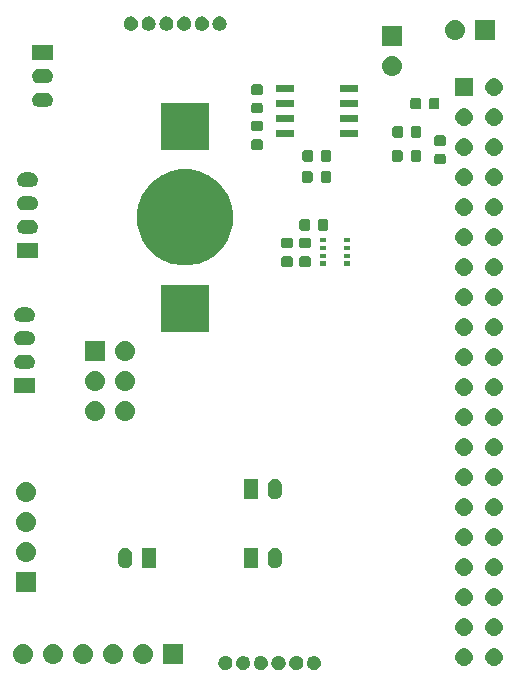
<source format=gbr>
G04 #@! TF.GenerationSoftware,KiCad,Pcbnew,(5.0.2)-1*
G04 #@! TF.CreationDate,2019-05-12T16:54:14-07:00*
G04 #@! TF.ProjectId,controlBoard_rev0401,636f6e74-726f-46c4-926f-6172645f7265,rev?*
G04 #@! TF.SameCoordinates,Original*
G04 #@! TF.FileFunction,Soldermask,Bot*
G04 #@! TF.FilePolarity,Negative*
%FSLAX46Y46*%
G04 Gerber Fmt 4.6, Leading zero omitted, Abs format (unit mm)*
G04 Created by KiCad (PCBNEW (5.0.2)-1) date 5/12/2019 4:54:14 PM*
%MOMM*%
%LPD*%
G01*
G04 APERTURE LIST*
%ADD10C,0.100000*%
G04 APERTURE END LIST*
D10*
G36*
X20107012Y-55557057D02*
X20216207Y-55602287D01*
X20314481Y-55667952D01*
X20398048Y-55751519D01*
X20463713Y-55849793D01*
X20508943Y-55958988D01*
X20532000Y-56074904D01*
X20532000Y-56193096D01*
X20508943Y-56309012D01*
X20463713Y-56418207D01*
X20398048Y-56516481D01*
X20314481Y-56600048D01*
X20216207Y-56665713D01*
X20107012Y-56710943D01*
X19991096Y-56734000D01*
X19872904Y-56734000D01*
X19756988Y-56710943D01*
X19647793Y-56665713D01*
X19549519Y-56600048D01*
X19465952Y-56516481D01*
X19400287Y-56418207D01*
X19355057Y-56309012D01*
X19332000Y-56193096D01*
X19332000Y-56074904D01*
X19355057Y-55958988D01*
X19400287Y-55849793D01*
X19465952Y-55751519D01*
X19549519Y-55667952D01*
X19647793Y-55602287D01*
X19756988Y-55557057D01*
X19872904Y-55534000D01*
X19991096Y-55534000D01*
X20107012Y-55557057D01*
X20107012Y-55557057D01*
G37*
G36*
X26107012Y-55557057D02*
X26216207Y-55602287D01*
X26314481Y-55667952D01*
X26398048Y-55751519D01*
X26463713Y-55849793D01*
X26508943Y-55958988D01*
X26532000Y-56074904D01*
X26532000Y-56193096D01*
X26508943Y-56309012D01*
X26463713Y-56418207D01*
X26398048Y-56516481D01*
X26314481Y-56600048D01*
X26216207Y-56665713D01*
X26107012Y-56710943D01*
X25991096Y-56734000D01*
X25872904Y-56734000D01*
X25756988Y-56710943D01*
X25647793Y-56665713D01*
X25549519Y-56600048D01*
X25465952Y-56516481D01*
X25400287Y-56418207D01*
X25355057Y-56309012D01*
X25332000Y-56193096D01*
X25332000Y-56074904D01*
X25355057Y-55958988D01*
X25400287Y-55849793D01*
X25465952Y-55751519D01*
X25549519Y-55667952D01*
X25647793Y-55602287D01*
X25756988Y-55557057D01*
X25872904Y-55534000D01*
X25991096Y-55534000D01*
X26107012Y-55557057D01*
X26107012Y-55557057D01*
G37*
G36*
X24607012Y-55557057D02*
X24716207Y-55602287D01*
X24814481Y-55667952D01*
X24898048Y-55751519D01*
X24963713Y-55849793D01*
X25008943Y-55958988D01*
X25032000Y-56074904D01*
X25032000Y-56193096D01*
X25008943Y-56309012D01*
X24963713Y-56418207D01*
X24898048Y-56516481D01*
X24814481Y-56600048D01*
X24716207Y-56665713D01*
X24607012Y-56710943D01*
X24491096Y-56734000D01*
X24372904Y-56734000D01*
X24256988Y-56710943D01*
X24147793Y-56665713D01*
X24049519Y-56600048D01*
X23965952Y-56516481D01*
X23900287Y-56418207D01*
X23855057Y-56309012D01*
X23832000Y-56193096D01*
X23832000Y-56074904D01*
X23855057Y-55958988D01*
X23900287Y-55849793D01*
X23965952Y-55751519D01*
X24049519Y-55667952D01*
X24147793Y-55602287D01*
X24256988Y-55557057D01*
X24372904Y-55534000D01*
X24491096Y-55534000D01*
X24607012Y-55557057D01*
X24607012Y-55557057D01*
G37*
G36*
X23107012Y-55557057D02*
X23216207Y-55602287D01*
X23314481Y-55667952D01*
X23398048Y-55751519D01*
X23463713Y-55849793D01*
X23508943Y-55958988D01*
X23532000Y-56074904D01*
X23532000Y-56193096D01*
X23508943Y-56309012D01*
X23463713Y-56418207D01*
X23398048Y-56516481D01*
X23314481Y-56600048D01*
X23216207Y-56665713D01*
X23107012Y-56710943D01*
X22991096Y-56734000D01*
X22872904Y-56734000D01*
X22756988Y-56710943D01*
X22647793Y-56665713D01*
X22549519Y-56600048D01*
X22465952Y-56516481D01*
X22400287Y-56418207D01*
X22355057Y-56309012D01*
X22332000Y-56193096D01*
X22332000Y-56074904D01*
X22355057Y-55958988D01*
X22400287Y-55849793D01*
X22465952Y-55751519D01*
X22549519Y-55667952D01*
X22647793Y-55602287D01*
X22756988Y-55557057D01*
X22872904Y-55534000D01*
X22991096Y-55534000D01*
X23107012Y-55557057D01*
X23107012Y-55557057D01*
G37*
G36*
X21607012Y-55557057D02*
X21716207Y-55602287D01*
X21814481Y-55667952D01*
X21898048Y-55751519D01*
X21963713Y-55849793D01*
X22008943Y-55958988D01*
X22032000Y-56074904D01*
X22032000Y-56193096D01*
X22008943Y-56309012D01*
X21963713Y-56418207D01*
X21898048Y-56516481D01*
X21814481Y-56600048D01*
X21716207Y-56665713D01*
X21607012Y-56710943D01*
X21491096Y-56734000D01*
X21372904Y-56734000D01*
X21256988Y-56710943D01*
X21147793Y-56665713D01*
X21049519Y-56600048D01*
X20965952Y-56516481D01*
X20900287Y-56418207D01*
X20855057Y-56309012D01*
X20832000Y-56193096D01*
X20832000Y-56074904D01*
X20855057Y-55958988D01*
X20900287Y-55849793D01*
X20965952Y-55751519D01*
X21049519Y-55667952D01*
X21147793Y-55602287D01*
X21256988Y-55557057D01*
X21372904Y-55534000D01*
X21491096Y-55534000D01*
X21607012Y-55557057D01*
X21607012Y-55557057D01*
G37*
G36*
X27607012Y-55557057D02*
X27716207Y-55602287D01*
X27814481Y-55667952D01*
X27898048Y-55751519D01*
X27963713Y-55849793D01*
X28008943Y-55958988D01*
X28032000Y-56074904D01*
X28032000Y-56193096D01*
X28008943Y-56309012D01*
X27963713Y-56418207D01*
X27898048Y-56516481D01*
X27814481Y-56600048D01*
X27716207Y-56665713D01*
X27607012Y-56710943D01*
X27491096Y-56734000D01*
X27372904Y-56734000D01*
X27256988Y-56710943D01*
X27147793Y-56665713D01*
X27049519Y-56600048D01*
X26965952Y-56516481D01*
X26900287Y-56418207D01*
X26855057Y-56309012D01*
X26832000Y-56193096D01*
X26832000Y-56074904D01*
X26855057Y-55958988D01*
X26900287Y-55849793D01*
X26965952Y-55751519D01*
X27049519Y-55667952D01*
X27147793Y-55602287D01*
X27256988Y-55557057D01*
X27372904Y-55534000D01*
X27491096Y-55534000D01*
X27607012Y-55557057D01*
X27607012Y-55557057D01*
G37*
G36*
X42819027Y-54886852D02*
X42960401Y-54929738D01*
X43090694Y-54999380D01*
X43204896Y-55093104D01*
X43298620Y-55207306D01*
X43368262Y-55337599D01*
X43411148Y-55478973D01*
X43425628Y-55626000D01*
X43411148Y-55773027D01*
X43368262Y-55914401D01*
X43298620Y-56044694D01*
X43204896Y-56158896D01*
X43090694Y-56252620D01*
X42960401Y-56322262D01*
X42819027Y-56365148D01*
X42708839Y-56376000D01*
X42635161Y-56376000D01*
X42524973Y-56365148D01*
X42383599Y-56322262D01*
X42253306Y-56252620D01*
X42139104Y-56158896D01*
X42045380Y-56044694D01*
X41975738Y-55914401D01*
X41932852Y-55773027D01*
X41918372Y-55626000D01*
X41932852Y-55478973D01*
X41975738Y-55337599D01*
X42045380Y-55207306D01*
X42139104Y-55093104D01*
X42253306Y-54999380D01*
X42383599Y-54929738D01*
X42524973Y-54886852D01*
X42635161Y-54876000D01*
X42708839Y-54876000D01*
X42819027Y-54886852D01*
X42819027Y-54886852D01*
G37*
G36*
X40279027Y-54886852D02*
X40420401Y-54929738D01*
X40550694Y-54999380D01*
X40664896Y-55093104D01*
X40758620Y-55207306D01*
X40828262Y-55337599D01*
X40871148Y-55478973D01*
X40885628Y-55626000D01*
X40871148Y-55773027D01*
X40828262Y-55914401D01*
X40758620Y-56044694D01*
X40664896Y-56158896D01*
X40550694Y-56252620D01*
X40420401Y-56322262D01*
X40279027Y-56365148D01*
X40168839Y-56376000D01*
X40095161Y-56376000D01*
X39984973Y-56365148D01*
X39843599Y-56322262D01*
X39713306Y-56252620D01*
X39599104Y-56158896D01*
X39505380Y-56044694D01*
X39435738Y-55914401D01*
X39392852Y-55773027D01*
X39378372Y-55626000D01*
X39392852Y-55478973D01*
X39435738Y-55337599D01*
X39505380Y-55207306D01*
X39599104Y-55093104D01*
X39713306Y-54999380D01*
X39843599Y-54929738D01*
X39984973Y-54886852D01*
X40095161Y-54876000D01*
X40168839Y-54876000D01*
X40279027Y-54886852D01*
X40279027Y-54886852D01*
G37*
G36*
X5500630Y-54534299D02*
X5660855Y-54582903D01*
X5808520Y-54661831D01*
X5937949Y-54768051D01*
X6044169Y-54897480D01*
X6123097Y-55045145D01*
X6171701Y-55205370D01*
X6188112Y-55372000D01*
X6171701Y-55538630D01*
X6123097Y-55698855D01*
X6044169Y-55846520D01*
X5937949Y-55975949D01*
X5808520Y-56082169D01*
X5660855Y-56161097D01*
X5500630Y-56209701D01*
X5375752Y-56222000D01*
X5292248Y-56222000D01*
X5167370Y-56209701D01*
X5007145Y-56161097D01*
X4859480Y-56082169D01*
X4730051Y-55975949D01*
X4623831Y-55846520D01*
X4544903Y-55698855D01*
X4496299Y-55538630D01*
X4479888Y-55372000D01*
X4496299Y-55205370D01*
X4544903Y-55045145D01*
X4623831Y-54897480D01*
X4730051Y-54768051D01*
X4859480Y-54661831D01*
X5007145Y-54582903D01*
X5167370Y-54534299D01*
X5292248Y-54522000D01*
X5375752Y-54522000D01*
X5500630Y-54534299D01*
X5500630Y-54534299D01*
G37*
G36*
X8040630Y-54534299D02*
X8200855Y-54582903D01*
X8348520Y-54661831D01*
X8477949Y-54768051D01*
X8584169Y-54897480D01*
X8663097Y-55045145D01*
X8711701Y-55205370D01*
X8728112Y-55372000D01*
X8711701Y-55538630D01*
X8663097Y-55698855D01*
X8584169Y-55846520D01*
X8477949Y-55975949D01*
X8348520Y-56082169D01*
X8200855Y-56161097D01*
X8040630Y-56209701D01*
X7915752Y-56222000D01*
X7832248Y-56222000D01*
X7707370Y-56209701D01*
X7547145Y-56161097D01*
X7399480Y-56082169D01*
X7270051Y-55975949D01*
X7163831Y-55846520D01*
X7084903Y-55698855D01*
X7036299Y-55538630D01*
X7019888Y-55372000D01*
X7036299Y-55205370D01*
X7084903Y-55045145D01*
X7163831Y-54897480D01*
X7270051Y-54768051D01*
X7399480Y-54661831D01*
X7547145Y-54582903D01*
X7707370Y-54534299D01*
X7832248Y-54522000D01*
X7915752Y-54522000D01*
X8040630Y-54534299D01*
X8040630Y-54534299D01*
G37*
G36*
X10580630Y-54534299D02*
X10740855Y-54582903D01*
X10888520Y-54661831D01*
X11017949Y-54768051D01*
X11124169Y-54897480D01*
X11203097Y-55045145D01*
X11251701Y-55205370D01*
X11268112Y-55372000D01*
X11251701Y-55538630D01*
X11203097Y-55698855D01*
X11124169Y-55846520D01*
X11017949Y-55975949D01*
X10888520Y-56082169D01*
X10740855Y-56161097D01*
X10580630Y-56209701D01*
X10455752Y-56222000D01*
X10372248Y-56222000D01*
X10247370Y-56209701D01*
X10087145Y-56161097D01*
X9939480Y-56082169D01*
X9810051Y-55975949D01*
X9703831Y-55846520D01*
X9624903Y-55698855D01*
X9576299Y-55538630D01*
X9559888Y-55372000D01*
X9576299Y-55205370D01*
X9624903Y-55045145D01*
X9703831Y-54897480D01*
X9810051Y-54768051D01*
X9939480Y-54661831D01*
X10087145Y-54582903D01*
X10247370Y-54534299D01*
X10372248Y-54522000D01*
X10455752Y-54522000D01*
X10580630Y-54534299D01*
X10580630Y-54534299D01*
G37*
G36*
X13120630Y-54534299D02*
X13280855Y-54582903D01*
X13428520Y-54661831D01*
X13557949Y-54768051D01*
X13664169Y-54897480D01*
X13743097Y-55045145D01*
X13791701Y-55205370D01*
X13808112Y-55372000D01*
X13791701Y-55538630D01*
X13743097Y-55698855D01*
X13664169Y-55846520D01*
X13557949Y-55975949D01*
X13428520Y-56082169D01*
X13280855Y-56161097D01*
X13120630Y-56209701D01*
X12995752Y-56222000D01*
X12912248Y-56222000D01*
X12787370Y-56209701D01*
X12627145Y-56161097D01*
X12479480Y-56082169D01*
X12350051Y-55975949D01*
X12243831Y-55846520D01*
X12164903Y-55698855D01*
X12116299Y-55538630D01*
X12099888Y-55372000D01*
X12116299Y-55205370D01*
X12164903Y-55045145D01*
X12243831Y-54897480D01*
X12350051Y-54768051D01*
X12479480Y-54661831D01*
X12627145Y-54582903D01*
X12787370Y-54534299D01*
X12912248Y-54522000D01*
X12995752Y-54522000D01*
X13120630Y-54534299D01*
X13120630Y-54534299D01*
G37*
G36*
X16344000Y-56222000D02*
X14644000Y-56222000D01*
X14644000Y-54522000D01*
X16344000Y-54522000D01*
X16344000Y-56222000D01*
X16344000Y-56222000D01*
G37*
G36*
X2960630Y-54534299D02*
X3120855Y-54582903D01*
X3268520Y-54661831D01*
X3397949Y-54768051D01*
X3504169Y-54897480D01*
X3583097Y-55045145D01*
X3631701Y-55205370D01*
X3648112Y-55372000D01*
X3631701Y-55538630D01*
X3583097Y-55698855D01*
X3504169Y-55846520D01*
X3397949Y-55975949D01*
X3268520Y-56082169D01*
X3120855Y-56161097D01*
X2960630Y-56209701D01*
X2835752Y-56222000D01*
X2752248Y-56222000D01*
X2627370Y-56209701D01*
X2467145Y-56161097D01*
X2319480Y-56082169D01*
X2190051Y-55975949D01*
X2083831Y-55846520D01*
X2004903Y-55698855D01*
X1956299Y-55538630D01*
X1939888Y-55372000D01*
X1956299Y-55205370D01*
X2004903Y-55045145D01*
X2083831Y-54897480D01*
X2190051Y-54768051D01*
X2319480Y-54661831D01*
X2467145Y-54582903D01*
X2627370Y-54534299D01*
X2752248Y-54522000D01*
X2835752Y-54522000D01*
X2960630Y-54534299D01*
X2960630Y-54534299D01*
G37*
G36*
X40279027Y-52346852D02*
X40420401Y-52389738D01*
X40550694Y-52459380D01*
X40664896Y-52553104D01*
X40758620Y-52667306D01*
X40828262Y-52797599D01*
X40871148Y-52938973D01*
X40885628Y-53086000D01*
X40871148Y-53233027D01*
X40828262Y-53374401D01*
X40758620Y-53504694D01*
X40664896Y-53618896D01*
X40550694Y-53712620D01*
X40420401Y-53782262D01*
X40279027Y-53825148D01*
X40168839Y-53836000D01*
X40095161Y-53836000D01*
X39984973Y-53825148D01*
X39843599Y-53782262D01*
X39713306Y-53712620D01*
X39599104Y-53618896D01*
X39505380Y-53504694D01*
X39435738Y-53374401D01*
X39392852Y-53233027D01*
X39378372Y-53086000D01*
X39392852Y-52938973D01*
X39435738Y-52797599D01*
X39505380Y-52667306D01*
X39599104Y-52553104D01*
X39713306Y-52459380D01*
X39843599Y-52389738D01*
X39984973Y-52346852D01*
X40095161Y-52336000D01*
X40168839Y-52336000D01*
X40279027Y-52346852D01*
X40279027Y-52346852D01*
G37*
G36*
X42819027Y-52346852D02*
X42960401Y-52389738D01*
X43090694Y-52459380D01*
X43204896Y-52553104D01*
X43298620Y-52667306D01*
X43368262Y-52797599D01*
X43411148Y-52938973D01*
X43425628Y-53086000D01*
X43411148Y-53233027D01*
X43368262Y-53374401D01*
X43298620Y-53504694D01*
X43204896Y-53618896D01*
X43090694Y-53712620D01*
X42960401Y-53782262D01*
X42819027Y-53825148D01*
X42708839Y-53836000D01*
X42635161Y-53836000D01*
X42524973Y-53825148D01*
X42383599Y-53782262D01*
X42253306Y-53712620D01*
X42139104Y-53618896D01*
X42045380Y-53504694D01*
X41975738Y-53374401D01*
X41932852Y-53233027D01*
X41918372Y-53086000D01*
X41932852Y-52938973D01*
X41975738Y-52797599D01*
X42045380Y-52667306D01*
X42139104Y-52553104D01*
X42253306Y-52459380D01*
X42383599Y-52389738D01*
X42524973Y-52346852D01*
X42635161Y-52336000D01*
X42708839Y-52336000D01*
X42819027Y-52346852D01*
X42819027Y-52346852D01*
G37*
G36*
X40279027Y-49806852D02*
X40420401Y-49849738D01*
X40550694Y-49919380D01*
X40664896Y-50013104D01*
X40758620Y-50127306D01*
X40828262Y-50257599D01*
X40871148Y-50398973D01*
X40885628Y-50546000D01*
X40871148Y-50693027D01*
X40828262Y-50834401D01*
X40758620Y-50964694D01*
X40664896Y-51078896D01*
X40550694Y-51172620D01*
X40420401Y-51242262D01*
X40279027Y-51285148D01*
X40168839Y-51296000D01*
X40095161Y-51296000D01*
X39984973Y-51285148D01*
X39843599Y-51242262D01*
X39713306Y-51172620D01*
X39599104Y-51078896D01*
X39505380Y-50964694D01*
X39435738Y-50834401D01*
X39392852Y-50693027D01*
X39378372Y-50546000D01*
X39392852Y-50398973D01*
X39435738Y-50257599D01*
X39505380Y-50127306D01*
X39599104Y-50013104D01*
X39713306Y-49919380D01*
X39843599Y-49849738D01*
X39984973Y-49806852D01*
X40095161Y-49796000D01*
X40168839Y-49796000D01*
X40279027Y-49806852D01*
X40279027Y-49806852D01*
G37*
G36*
X42819027Y-49806852D02*
X42960401Y-49849738D01*
X43090694Y-49919380D01*
X43204896Y-50013104D01*
X43298620Y-50127306D01*
X43368262Y-50257599D01*
X43411148Y-50398973D01*
X43425628Y-50546000D01*
X43411148Y-50693027D01*
X43368262Y-50834401D01*
X43298620Y-50964694D01*
X43204896Y-51078896D01*
X43090694Y-51172620D01*
X42960401Y-51242262D01*
X42819027Y-51285148D01*
X42708839Y-51296000D01*
X42635161Y-51296000D01*
X42524973Y-51285148D01*
X42383599Y-51242262D01*
X42253306Y-51172620D01*
X42139104Y-51078896D01*
X42045380Y-50964694D01*
X41975738Y-50834401D01*
X41932852Y-50693027D01*
X41918372Y-50546000D01*
X41932852Y-50398973D01*
X41975738Y-50257599D01*
X42045380Y-50127306D01*
X42139104Y-50013104D01*
X42253306Y-49919380D01*
X42383599Y-49849738D01*
X42524973Y-49806852D01*
X42635161Y-49796000D01*
X42708839Y-49796000D01*
X42819027Y-49806852D01*
X42819027Y-49806852D01*
G37*
G36*
X3898000Y-50126000D02*
X2198000Y-50126000D01*
X2198000Y-48426000D01*
X3898000Y-48426000D01*
X3898000Y-50126000D01*
X3898000Y-50126000D01*
G37*
G36*
X40279027Y-47266852D02*
X40420401Y-47309738D01*
X40550694Y-47379380D01*
X40664896Y-47473104D01*
X40758620Y-47587306D01*
X40828262Y-47717599D01*
X40871148Y-47858973D01*
X40885628Y-48006000D01*
X40871148Y-48153027D01*
X40828262Y-48294401D01*
X40758620Y-48424694D01*
X40664896Y-48538896D01*
X40550694Y-48632620D01*
X40420401Y-48702262D01*
X40279027Y-48745148D01*
X40168839Y-48756000D01*
X40095161Y-48756000D01*
X39984973Y-48745148D01*
X39843599Y-48702262D01*
X39713306Y-48632620D01*
X39599104Y-48538896D01*
X39505380Y-48424694D01*
X39435738Y-48294401D01*
X39392852Y-48153027D01*
X39378372Y-48006000D01*
X39392852Y-47858973D01*
X39435738Y-47717599D01*
X39505380Y-47587306D01*
X39599104Y-47473104D01*
X39713306Y-47379380D01*
X39843599Y-47309738D01*
X39984973Y-47266852D01*
X40095161Y-47256000D01*
X40168839Y-47256000D01*
X40279027Y-47266852D01*
X40279027Y-47266852D01*
G37*
G36*
X42819027Y-47266852D02*
X42960401Y-47309738D01*
X43090694Y-47379380D01*
X43204896Y-47473104D01*
X43298620Y-47587306D01*
X43368262Y-47717599D01*
X43411148Y-47858973D01*
X43425628Y-48006000D01*
X43411148Y-48153027D01*
X43368262Y-48294401D01*
X43298620Y-48424694D01*
X43204896Y-48538896D01*
X43090694Y-48632620D01*
X42960401Y-48702262D01*
X42819027Y-48745148D01*
X42708839Y-48756000D01*
X42635161Y-48756000D01*
X42524973Y-48745148D01*
X42383599Y-48702262D01*
X42253306Y-48632620D01*
X42139104Y-48538896D01*
X42045380Y-48424694D01*
X41975738Y-48294401D01*
X41932852Y-48153027D01*
X41918372Y-48006000D01*
X41932852Y-47858973D01*
X41975738Y-47717599D01*
X42045380Y-47587306D01*
X42139104Y-47473104D01*
X42253306Y-47379380D01*
X42383599Y-47309738D01*
X42524973Y-47266852D01*
X42635161Y-47256000D01*
X42708839Y-47256000D01*
X42819027Y-47266852D01*
X42819027Y-47266852D01*
G37*
G36*
X11579621Y-46377682D02*
X11692721Y-46411990D01*
X11796955Y-46467704D01*
X11888317Y-46542683D01*
X11963296Y-46634045D01*
X12019010Y-46738279D01*
X12053318Y-46851379D01*
X12062000Y-46939526D01*
X12062000Y-47548474D01*
X12053318Y-47636621D01*
X12019010Y-47749721D01*
X11963296Y-47853955D01*
X11888317Y-47945317D01*
X11796954Y-48020296D01*
X11692720Y-48076010D01*
X11579620Y-48110318D01*
X11462000Y-48121903D01*
X11344379Y-48110318D01*
X11231279Y-48076010D01*
X11127045Y-48020296D01*
X11035683Y-47945317D01*
X10960704Y-47853954D01*
X10904990Y-47749720D01*
X10870682Y-47636620D01*
X10862000Y-47548473D01*
X10862000Y-46939526D01*
X10870682Y-46851379D01*
X10904990Y-46738279D01*
X10960705Y-46634045D01*
X11035684Y-46542683D01*
X11127046Y-46467704D01*
X11231280Y-46411990D01*
X11344380Y-46377682D01*
X11462000Y-46366097D01*
X11579621Y-46377682D01*
X11579621Y-46377682D01*
G37*
G36*
X24215620Y-46377682D02*
X24328720Y-46411990D01*
X24432954Y-46467704D01*
X24524317Y-46542683D01*
X24599296Y-46634045D01*
X24655010Y-46738279D01*
X24689318Y-46851379D01*
X24698000Y-46939526D01*
X24698000Y-47548474D01*
X24689318Y-47636621D01*
X24655010Y-47749721D01*
X24599296Y-47853955D01*
X24524317Y-47945317D01*
X24432955Y-48020296D01*
X24328721Y-48076010D01*
X24215621Y-48110318D01*
X24098000Y-48121903D01*
X23980380Y-48110318D01*
X23867280Y-48076010D01*
X23763046Y-48020296D01*
X23671684Y-47945317D01*
X23596705Y-47853955D01*
X23540990Y-47749721D01*
X23506682Y-47636621D01*
X23498000Y-47548474D01*
X23498000Y-46939527D01*
X23506682Y-46851380D01*
X23540990Y-46738280D01*
X23596704Y-46634046D01*
X23671683Y-46542683D01*
X23763045Y-46467704D01*
X23867279Y-46411990D01*
X23980379Y-46377682D01*
X24098000Y-46366097D01*
X24215620Y-46377682D01*
X24215620Y-46377682D01*
G37*
G36*
X14062000Y-48119000D02*
X12862000Y-48119000D01*
X12862000Y-46369000D01*
X14062000Y-46369000D01*
X14062000Y-48119000D01*
X14062000Y-48119000D01*
G37*
G36*
X22698000Y-48119000D02*
X21498000Y-48119000D01*
X21498000Y-46369000D01*
X22698000Y-46369000D01*
X22698000Y-48119000D01*
X22698000Y-48119000D01*
G37*
G36*
X3214630Y-45898299D02*
X3374855Y-45946903D01*
X3522520Y-46025831D01*
X3651949Y-46132051D01*
X3758169Y-46261480D01*
X3837097Y-46409145D01*
X3885701Y-46569370D01*
X3902112Y-46736000D01*
X3885701Y-46902630D01*
X3837097Y-47062855D01*
X3758169Y-47210520D01*
X3651949Y-47339949D01*
X3522520Y-47446169D01*
X3374855Y-47525097D01*
X3214630Y-47573701D01*
X3089752Y-47586000D01*
X3006248Y-47586000D01*
X2881370Y-47573701D01*
X2721145Y-47525097D01*
X2573480Y-47446169D01*
X2444051Y-47339949D01*
X2337831Y-47210520D01*
X2258903Y-47062855D01*
X2210299Y-46902630D01*
X2193888Y-46736000D01*
X2210299Y-46569370D01*
X2258903Y-46409145D01*
X2337831Y-46261480D01*
X2444051Y-46132051D01*
X2573480Y-46025831D01*
X2721145Y-45946903D01*
X2881370Y-45898299D01*
X3006248Y-45886000D01*
X3089752Y-45886000D01*
X3214630Y-45898299D01*
X3214630Y-45898299D01*
G37*
G36*
X42819027Y-44726852D02*
X42960401Y-44769738D01*
X43090694Y-44839380D01*
X43204896Y-44933104D01*
X43298620Y-45047306D01*
X43368262Y-45177599D01*
X43411148Y-45318973D01*
X43425628Y-45466000D01*
X43411148Y-45613027D01*
X43368262Y-45754401D01*
X43298620Y-45884694D01*
X43204896Y-45998896D01*
X43090694Y-46092620D01*
X42960401Y-46162262D01*
X42819027Y-46205148D01*
X42708839Y-46216000D01*
X42635161Y-46216000D01*
X42524973Y-46205148D01*
X42383599Y-46162262D01*
X42253306Y-46092620D01*
X42139104Y-45998896D01*
X42045380Y-45884694D01*
X41975738Y-45754401D01*
X41932852Y-45613027D01*
X41918372Y-45466000D01*
X41932852Y-45318973D01*
X41975738Y-45177599D01*
X42045380Y-45047306D01*
X42139104Y-44933104D01*
X42253306Y-44839380D01*
X42383599Y-44769738D01*
X42524973Y-44726852D01*
X42635161Y-44716000D01*
X42708839Y-44716000D01*
X42819027Y-44726852D01*
X42819027Y-44726852D01*
G37*
G36*
X40279027Y-44726852D02*
X40420401Y-44769738D01*
X40550694Y-44839380D01*
X40664896Y-44933104D01*
X40758620Y-45047306D01*
X40828262Y-45177599D01*
X40871148Y-45318973D01*
X40885628Y-45466000D01*
X40871148Y-45613027D01*
X40828262Y-45754401D01*
X40758620Y-45884694D01*
X40664896Y-45998896D01*
X40550694Y-46092620D01*
X40420401Y-46162262D01*
X40279027Y-46205148D01*
X40168839Y-46216000D01*
X40095161Y-46216000D01*
X39984973Y-46205148D01*
X39843599Y-46162262D01*
X39713306Y-46092620D01*
X39599104Y-45998896D01*
X39505380Y-45884694D01*
X39435738Y-45754401D01*
X39392852Y-45613027D01*
X39378372Y-45466000D01*
X39392852Y-45318973D01*
X39435738Y-45177599D01*
X39505380Y-45047306D01*
X39599104Y-44933104D01*
X39713306Y-44839380D01*
X39843599Y-44769738D01*
X39984973Y-44726852D01*
X40095161Y-44716000D01*
X40168839Y-44716000D01*
X40279027Y-44726852D01*
X40279027Y-44726852D01*
G37*
G36*
X3214630Y-43358299D02*
X3374855Y-43406903D01*
X3522520Y-43485831D01*
X3651949Y-43592051D01*
X3758169Y-43721480D01*
X3837097Y-43869145D01*
X3885701Y-44029370D01*
X3902112Y-44196000D01*
X3885701Y-44362630D01*
X3837097Y-44522855D01*
X3758169Y-44670520D01*
X3651949Y-44799949D01*
X3522520Y-44906169D01*
X3374855Y-44985097D01*
X3214630Y-45033701D01*
X3089752Y-45046000D01*
X3006248Y-45046000D01*
X2881370Y-45033701D01*
X2721145Y-44985097D01*
X2573480Y-44906169D01*
X2444051Y-44799949D01*
X2337831Y-44670520D01*
X2258903Y-44522855D01*
X2210299Y-44362630D01*
X2193888Y-44196000D01*
X2210299Y-44029370D01*
X2258903Y-43869145D01*
X2337831Y-43721480D01*
X2444051Y-43592051D01*
X2573480Y-43485831D01*
X2721145Y-43406903D01*
X2881370Y-43358299D01*
X3006248Y-43346000D01*
X3089752Y-43346000D01*
X3214630Y-43358299D01*
X3214630Y-43358299D01*
G37*
G36*
X40279027Y-42186852D02*
X40420401Y-42229738D01*
X40550694Y-42299380D01*
X40664896Y-42393104D01*
X40758620Y-42507306D01*
X40828262Y-42637599D01*
X40871148Y-42778973D01*
X40885628Y-42926000D01*
X40871148Y-43073027D01*
X40828262Y-43214401D01*
X40758620Y-43344694D01*
X40664896Y-43458896D01*
X40550694Y-43552620D01*
X40420401Y-43622262D01*
X40279027Y-43665148D01*
X40168839Y-43676000D01*
X40095161Y-43676000D01*
X39984973Y-43665148D01*
X39843599Y-43622262D01*
X39713306Y-43552620D01*
X39599104Y-43458896D01*
X39505380Y-43344694D01*
X39435738Y-43214401D01*
X39392852Y-43073027D01*
X39378372Y-42926000D01*
X39392852Y-42778973D01*
X39435738Y-42637599D01*
X39505380Y-42507306D01*
X39599104Y-42393104D01*
X39713306Y-42299380D01*
X39843599Y-42229738D01*
X39984973Y-42186852D01*
X40095161Y-42176000D01*
X40168839Y-42176000D01*
X40279027Y-42186852D01*
X40279027Y-42186852D01*
G37*
G36*
X42819027Y-42186852D02*
X42960401Y-42229738D01*
X43090694Y-42299380D01*
X43204896Y-42393104D01*
X43298620Y-42507306D01*
X43368262Y-42637599D01*
X43411148Y-42778973D01*
X43425628Y-42926000D01*
X43411148Y-43073027D01*
X43368262Y-43214401D01*
X43298620Y-43344694D01*
X43204896Y-43458896D01*
X43090694Y-43552620D01*
X42960401Y-43622262D01*
X42819027Y-43665148D01*
X42708839Y-43676000D01*
X42635161Y-43676000D01*
X42524973Y-43665148D01*
X42383599Y-43622262D01*
X42253306Y-43552620D01*
X42139104Y-43458896D01*
X42045380Y-43344694D01*
X41975738Y-43214401D01*
X41932852Y-43073027D01*
X41918372Y-42926000D01*
X41932852Y-42778973D01*
X41975738Y-42637599D01*
X42045380Y-42507306D01*
X42139104Y-42393104D01*
X42253306Y-42299380D01*
X42383599Y-42229738D01*
X42524973Y-42186852D01*
X42635161Y-42176000D01*
X42708839Y-42176000D01*
X42819027Y-42186852D01*
X42819027Y-42186852D01*
G37*
G36*
X3214630Y-40818299D02*
X3374855Y-40866903D01*
X3522520Y-40945831D01*
X3651949Y-41052051D01*
X3758169Y-41181480D01*
X3837097Y-41329145D01*
X3885701Y-41489370D01*
X3902112Y-41656000D01*
X3885701Y-41822630D01*
X3837097Y-41982855D01*
X3758169Y-42130520D01*
X3651949Y-42259949D01*
X3522520Y-42366169D01*
X3374855Y-42445097D01*
X3214630Y-42493701D01*
X3089752Y-42506000D01*
X3006248Y-42506000D01*
X2881370Y-42493701D01*
X2721145Y-42445097D01*
X2573480Y-42366169D01*
X2444051Y-42259949D01*
X2337831Y-42130520D01*
X2258903Y-41982855D01*
X2210299Y-41822630D01*
X2193888Y-41656000D01*
X2210299Y-41489370D01*
X2258903Y-41329145D01*
X2337831Y-41181480D01*
X2444051Y-41052051D01*
X2573480Y-40945831D01*
X2721145Y-40866903D01*
X2881370Y-40818299D01*
X3006248Y-40806000D01*
X3089752Y-40806000D01*
X3214630Y-40818299D01*
X3214630Y-40818299D01*
G37*
G36*
X24215620Y-40535682D02*
X24328720Y-40569990D01*
X24432954Y-40625704D01*
X24524317Y-40700683D01*
X24599296Y-40792045D01*
X24655010Y-40896279D01*
X24689318Y-41009379D01*
X24698000Y-41097526D01*
X24698000Y-41706474D01*
X24689318Y-41794621D01*
X24655010Y-41907721D01*
X24599296Y-42011955D01*
X24524317Y-42103317D01*
X24432955Y-42178296D01*
X24328721Y-42234010D01*
X24215621Y-42268318D01*
X24098000Y-42279903D01*
X23980380Y-42268318D01*
X23867280Y-42234010D01*
X23763046Y-42178296D01*
X23671684Y-42103317D01*
X23596705Y-42011955D01*
X23540990Y-41907721D01*
X23506682Y-41794621D01*
X23498000Y-41706474D01*
X23498000Y-41097527D01*
X23506682Y-41009380D01*
X23540990Y-40896280D01*
X23596704Y-40792046D01*
X23671683Y-40700683D01*
X23763045Y-40625704D01*
X23867279Y-40569990D01*
X23980379Y-40535682D01*
X24098000Y-40524097D01*
X24215620Y-40535682D01*
X24215620Y-40535682D01*
G37*
G36*
X22698000Y-42277000D02*
X21498000Y-42277000D01*
X21498000Y-40527000D01*
X22698000Y-40527000D01*
X22698000Y-42277000D01*
X22698000Y-42277000D01*
G37*
G36*
X42819027Y-39646852D02*
X42960401Y-39689738D01*
X43090694Y-39759380D01*
X43204896Y-39853104D01*
X43298620Y-39967306D01*
X43368262Y-40097599D01*
X43411148Y-40238973D01*
X43425628Y-40386000D01*
X43411148Y-40533027D01*
X43368262Y-40674401D01*
X43298620Y-40804694D01*
X43204896Y-40918896D01*
X43090694Y-41012620D01*
X42960401Y-41082262D01*
X42819027Y-41125148D01*
X42708839Y-41136000D01*
X42635161Y-41136000D01*
X42524973Y-41125148D01*
X42383599Y-41082262D01*
X42253306Y-41012620D01*
X42139104Y-40918896D01*
X42045380Y-40804694D01*
X41975738Y-40674401D01*
X41932852Y-40533027D01*
X41918372Y-40386000D01*
X41932852Y-40238973D01*
X41975738Y-40097599D01*
X42045380Y-39967306D01*
X42139104Y-39853104D01*
X42253306Y-39759380D01*
X42383599Y-39689738D01*
X42524973Y-39646852D01*
X42635161Y-39636000D01*
X42708839Y-39636000D01*
X42819027Y-39646852D01*
X42819027Y-39646852D01*
G37*
G36*
X40279027Y-39646852D02*
X40420401Y-39689738D01*
X40550694Y-39759380D01*
X40664896Y-39853104D01*
X40758620Y-39967306D01*
X40828262Y-40097599D01*
X40871148Y-40238973D01*
X40885628Y-40386000D01*
X40871148Y-40533027D01*
X40828262Y-40674401D01*
X40758620Y-40804694D01*
X40664896Y-40918896D01*
X40550694Y-41012620D01*
X40420401Y-41082262D01*
X40279027Y-41125148D01*
X40168839Y-41136000D01*
X40095161Y-41136000D01*
X39984973Y-41125148D01*
X39843599Y-41082262D01*
X39713306Y-41012620D01*
X39599104Y-40918896D01*
X39505380Y-40804694D01*
X39435738Y-40674401D01*
X39392852Y-40533027D01*
X39378372Y-40386000D01*
X39392852Y-40238973D01*
X39435738Y-40097599D01*
X39505380Y-39967306D01*
X39599104Y-39853104D01*
X39713306Y-39759380D01*
X39843599Y-39689738D01*
X39984973Y-39646852D01*
X40095161Y-39636000D01*
X40168839Y-39636000D01*
X40279027Y-39646852D01*
X40279027Y-39646852D01*
G37*
G36*
X42819027Y-37106852D02*
X42960401Y-37149738D01*
X43090694Y-37219380D01*
X43204896Y-37313104D01*
X43298620Y-37427306D01*
X43368262Y-37557599D01*
X43411148Y-37698973D01*
X43425628Y-37846000D01*
X43411148Y-37993027D01*
X43368262Y-38134401D01*
X43298620Y-38264694D01*
X43204896Y-38378896D01*
X43090694Y-38472620D01*
X42960401Y-38542262D01*
X42819027Y-38585148D01*
X42708839Y-38596000D01*
X42635161Y-38596000D01*
X42524973Y-38585148D01*
X42383599Y-38542262D01*
X42253306Y-38472620D01*
X42139104Y-38378896D01*
X42045380Y-38264694D01*
X41975738Y-38134401D01*
X41932852Y-37993027D01*
X41918372Y-37846000D01*
X41932852Y-37698973D01*
X41975738Y-37557599D01*
X42045380Y-37427306D01*
X42139104Y-37313104D01*
X42253306Y-37219380D01*
X42383599Y-37149738D01*
X42524973Y-37106852D01*
X42635161Y-37096000D01*
X42708839Y-37096000D01*
X42819027Y-37106852D01*
X42819027Y-37106852D01*
G37*
G36*
X40279027Y-37106852D02*
X40420401Y-37149738D01*
X40550694Y-37219380D01*
X40664896Y-37313104D01*
X40758620Y-37427306D01*
X40828262Y-37557599D01*
X40871148Y-37698973D01*
X40885628Y-37846000D01*
X40871148Y-37993027D01*
X40828262Y-38134401D01*
X40758620Y-38264694D01*
X40664896Y-38378896D01*
X40550694Y-38472620D01*
X40420401Y-38542262D01*
X40279027Y-38585148D01*
X40168839Y-38596000D01*
X40095161Y-38596000D01*
X39984973Y-38585148D01*
X39843599Y-38542262D01*
X39713306Y-38472620D01*
X39599104Y-38378896D01*
X39505380Y-38264694D01*
X39435738Y-38134401D01*
X39392852Y-37993027D01*
X39378372Y-37846000D01*
X39392852Y-37698973D01*
X39435738Y-37557599D01*
X39505380Y-37427306D01*
X39599104Y-37313104D01*
X39713306Y-37219380D01*
X39843599Y-37149738D01*
X39984973Y-37106852D01*
X40095161Y-37096000D01*
X40168839Y-37096000D01*
X40279027Y-37106852D01*
X40279027Y-37106852D01*
G37*
G36*
X40279027Y-34566852D02*
X40420401Y-34609738D01*
X40550694Y-34679380D01*
X40664896Y-34773104D01*
X40758620Y-34887306D01*
X40828262Y-35017599D01*
X40871148Y-35158973D01*
X40885628Y-35306000D01*
X40871148Y-35453027D01*
X40828262Y-35594401D01*
X40758620Y-35724694D01*
X40664896Y-35838896D01*
X40550694Y-35932620D01*
X40420401Y-36002262D01*
X40279027Y-36045148D01*
X40168839Y-36056000D01*
X40095161Y-36056000D01*
X39984973Y-36045148D01*
X39843599Y-36002262D01*
X39713306Y-35932620D01*
X39599104Y-35838896D01*
X39505380Y-35724694D01*
X39435738Y-35594401D01*
X39392852Y-35453027D01*
X39378372Y-35306000D01*
X39392852Y-35158973D01*
X39435738Y-35017599D01*
X39505380Y-34887306D01*
X39599104Y-34773104D01*
X39713306Y-34679380D01*
X39843599Y-34609738D01*
X39984973Y-34566852D01*
X40095161Y-34556000D01*
X40168839Y-34556000D01*
X40279027Y-34566852D01*
X40279027Y-34566852D01*
G37*
G36*
X42819027Y-34566852D02*
X42960401Y-34609738D01*
X43090694Y-34679380D01*
X43204896Y-34773104D01*
X43298620Y-34887306D01*
X43368262Y-35017599D01*
X43411148Y-35158973D01*
X43425628Y-35306000D01*
X43411148Y-35453027D01*
X43368262Y-35594401D01*
X43298620Y-35724694D01*
X43204896Y-35838896D01*
X43090694Y-35932620D01*
X42960401Y-36002262D01*
X42819027Y-36045148D01*
X42708839Y-36056000D01*
X42635161Y-36056000D01*
X42524973Y-36045148D01*
X42383599Y-36002262D01*
X42253306Y-35932620D01*
X42139104Y-35838896D01*
X42045380Y-35724694D01*
X41975738Y-35594401D01*
X41932852Y-35453027D01*
X41918372Y-35306000D01*
X41932852Y-35158973D01*
X41975738Y-35017599D01*
X42045380Y-34887306D01*
X42139104Y-34773104D01*
X42253306Y-34679380D01*
X42383599Y-34609738D01*
X42524973Y-34566852D01*
X42635161Y-34556000D01*
X42708839Y-34556000D01*
X42819027Y-34566852D01*
X42819027Y-34566852D01*
G37*
G36*
X11596630Y-33960299D02*
X11756855Y-34008903D01*
X11904520Y-34087831D01*
X12033949Y-34194051D01*
X12140169Y-34323480D01*
X12219097Y-34471145D01*
X12267701Y-34631370D01*
X12284112Y-34798000D01*
X12267701Y-34964630D01*
X12219097Y-35124855D01*
X12140169Y-35272520D01*
X12033949Y-35401949D01*
X11904520Y-35508169D01*
X11756855Y-35587097D01*
X11596630Y-35635701D01*
X11471752Y-35648000D01*
X11388248Y-35648000D01*
X11263370Y-35635701D01*
X11103145Y-35587097D01*
X10955480Y-35508169D01*
X10826051Y-35401949D01*
X10719831Y-35272520D01*
X10640903Y-35124855D01*
X10592299Y-34964630D01*
X10575888Y-34798000D01*
X10592299Y-34631370D01*
X10640903Y-34471145D01*
X10719831Y-34323480D01*
X10826051Y-34194051D01*
X10955480Y-34087831D01*
X11103145Y-34008903D01*
X11263370Y-33960299D01*
X11388248Y-33948000D01*
X11471752Y-33948000D01*
X11596630Y-33960299D01*
X11596630Y-33960299D01*
G37*
G36*
X9056630Y-33960299D02*
X9216855Y-34008903D01*
X9364520Y-34087831D01*
X9493949Y-34194051D01*
X9600169Y-34323480D01*
X9679097Y-34471145D01*
X9727701Y-34631370D01*
X9744112Y-34798000D01*
X9727701Y-34964630D01*
X9679097Y-35124855D01*
X9600169Y-35272520D01*
X9493949Y-35401949D01*
X9364520Y-35508169D01*
X9216855Y-35587097D01*
X9056630Y-35635701D01*
X8931752Y-35648000D01*
X8848248Y-35648000D01*
X8723370Y-35635701D01*
X8563145Y-35587097D01*
X8415480Y-35508169D01*
X8286051Y-35401949D01*
X8179831Y-35272520D01*
X8100903Y-35124855D01*
X8052299Y-34964630D01*
X8035888Y-34798000D01*
X8052299Y-34631370D01*
X8100903Y-34471145D01*
X8179831Y-34323480D01*
X8286051Y-34194051D01*
X8415480Y-34087831D01*
X8563145Y-34008903D01*
X8723370Y-33960299D01*
X8848248Y-33948000D01*
X8931752Y-33948000D01*
X9056630Y-33960299D01*
X9056630Y-33960299D01*
G37*
G36*
X42819027Y-32026852D02*
X42960401Y-32069738D01*
X43090694Y-32139380D01*
X43204896Y-32233104D01*
X43298620Y-32347306D01*
X43368262Y-32477599D01*
X43411148Y-32618973D01*
X43425628Y-32766000D01*
X43411148Y-32913027D01*
X43368262Y-33054401D01*
X43298620Y-33184694D01*
X43204896Y-33298896D01*
X43090694Y-33392620D01*
X42960401Y-33462262D01*
X42819027Y-33505148D01*
X42708839Y-33516000D01*
X42635161Y-33516000D01*
X42524973Y-33505148D01*
X42383599Y-33462262D01*
X42253306Y-33392620D01*
X42139104Y-33298896D01*
X42045380Y-33184694D01*
X41975738Y-33054401D01*
X41932852Y-32913027D01*
X41918372Y-32766000D01*
X41932852Y-32618973D01*
X41975738Y-32477599D01*
X42045380Y-32347306D01*
X42139104Y-32233104D01*
X42253306Y-32139380D01*
X42383599Y-32069738D01*
X42524973Y-32026852D01*
X42635161Y-32016000D01*
X42708839Y-32016000D01*
X42819027Y-32026852D01*
X42819027Y-32026852D01*
G37*
G36*
X40279027Y-32026852D02*
X40420401Y-32069738D01*
X40550694Y-32139380D01*
X40664896Y-32233104D01*
X40758620Y-32347306D01*
X40828262Y-32477599D01*
X40871148Y-32618973D01*
X40885628Y-32766000D01*
X40871148Y-32913027D01*
X40828262Y-33054401D01*
X40758620Y-33184694D01*
X40664896Y-33298896D01*
X40550694Y-33392620D01*
X40420401Y-33462262D01*
X40279027Y-33505148D01*
X40168839Y-33516000D01*
X40095161Y-33516000D01*
X39984973Y-33505148D01*
X39843599Y-33462262D01*
X39713306Y-33392620D01*
X39599104Y-33298896D01*
X39505380Y-33184694D01*
X39435738Y-33054401D01*
X39392852Y-32913027D01*
X39378372Y-32766000D01*
X39392852Y-32618973D01*
X39435738Y-32477599D01*
X39505380Y-32347306D01*
X39599104Y-32233104D01*
X39713306Y-32139380D01*
X39843599Y-32069738D01*
X39984973Y-32026852D01*
X40095161Y-32016000D01*
X40168839Y-32016000D01*
X40279027Y-32026852D01*
X40279027Y-32026852D01*
G37*
G36*
X3796000Y-33239000D02*
X2046000Y-33239000D01*
X2046000Y-32039000D01*
X3796000Y-32039000D01*
X3796000Y-33239000D01*
X3796000Y-33239000D01*
G37*
G36*
X11596630Y-31420299D02*
X11756855Y-31468903D01*
X11904520Y-31547831D01*
X12033949Y-31654051D01*
X12140169Y-31783480D01*
X12219097Y-31931145D01*
X12267701Y-32091370D01*
X12284112Y-32258000D01*
X12267701Y-32424630D01*
X12219097Y-32584855D01*
X12140169Y-32732520D01*
X12033949Y-32861949D01*
X11904520Y-32968169D01*
X11756855Y-33047097D01*
X11596630Y-33095701D01*
X11471752Y-33108000D01*
X11388248Y-33108000D01*
X11263370Y-33095701D01*
X11103145Y-33047097D01*
X10955480Y-32968169D01*
X10826051Y-32861949D01*
X10719831Y-32732520D01*
X10640903Y-32584855D01*
X10592299Y-32424630D01*
X10575888Y-32258000D01*
X10592299Y-32091370D01*
X10640903Y-31931145D01*
X10719831Y-31783480D01*
X10826051Y-31654051D01*
X10955480Y-31547831D01*
X11103145Y-31468903D01*
X11263370Y-31420299D01*
X11388248Y-31408000D01*
X11471752Y-31408000D01*
X11596630Y-31420299D01*
X11596630Y-31420299D01*
G37*
G36*
X9056630Y-31420299D02*
X9216855Y-31468903D01*
X9364520Y-31547831D01*
X9493949Y-31654051D01*
X9600169Y-31783480D01*
X9679097Y-31931145D01*
X9727701Y-32091370D01*
X9744112Y-32258000D01*
X9727701Y-32424630D01*
X9679097Y-32584855D01*
X9600169Y-32732520D01*
X9493949Y-32861949D01*
X9364520Y-32968169D01*
X9216855Y-33047097D01*
X9056630Y-33095701D01*
X8931752Y-33108000D01*
X8848248Y-33108000D01*
X8723370Y-33095701D01*
X8563145Y-33047097D01*
X8415480Y-32968169D01*
X8286051Y-32861949D01*
X8179831Y-32732520D01*
X8100903Y-32584855D01*
X8052299Y-32424630D01*
X8035888Y-32258000D01*
X8052299Y-32091370D01*
X8100903Y-31931145D01*
X8179831Y-31783480D01*
X8286051Y-31654051D01*
X8415480Y-31547831D01*
X8563145Y-31468903D01*
X8723370Y-31420299D01*
X8848248Y-31408000D01*
X8931752Y-31408000D01*
X9056630Y-31420299D01*
X9056630Y-31420299D01*
G37*
G36*
X3313621Y-30047682D02*
X3426721Y-30081990D01*
X3530955Y-30137704D01*
X3622317Y-30212683D01*
X3697296Y-30304045D01*
X3753010Y-30408279D01*
X3787318Y-30521379D01*
X3798903Y-30639000D01*
X3787318Y-30756621D01*
X3753010Y-30869721D01*
X3697296Y-30973955D01*
X3622317Y-31065317D01*
X3530955Y-31140296D01*
X3426721Y-31196010D01*
X3313621Y-31230318D01*
X3225474Y-31239000D01*
X2616526Y-31239000D01*
X2528379Y-31230318D01*
X2415279Y-31196010D01*
X2311045Y-31140296D01*
X2219683Y-31065317D01*
X2144704Y-30973955D01*
X2088990Y-30869721D01*
X2054682Y-30756621D01*
X2043097Y-30639000D01*
X2054682Y-30521379D01*
X2088990Y-30408279D01*
X2144704Y-30304045D01*
X2219683Y-30212683D01*
X2311045Y-30137704D01*
X2415279Y-30081990D01*
X2528379Y-30047682D01*
X2616526Y-30039000D01*
X3225474Y-30039000D01*
X3313621Y-30047682D01*
X3313621Y-30047682D01*
G37*
G36*
X42819027Y-29486852D02*
X42960401Y-29529738D01*
X43090694Y-29599380D01*
X43204896Y-29693104D01*
X43298620Y-29807306D01*
X43368262Y-29937599D01*
X43411148Y-30078973D01*
X43425628Y-30226000D01*
X43411148Y-30373027D01*
X43368262Y-30514401D01*
X43298620Y-30644694D01*
X43204896Y-30758896D01*
X43090694Y-30852620D01*
X42960401Y-30922262D01*
X42819027Y-30965148D01*
X42708839Y-30976000D01*
X42635161Y-30976000D01*
X42524973Y-30965148D01*
X42383599Y-30922262D01*
X42253306Y-30852620D01*
X42139104Y-30758896D01*
X42045380Y-30644694D01*
X41975738Y-30514401D01*
X41932852Y-30373027D01*
X41918372Y-30226000D01*
X41932852Y-30078973D01*
X41975738Y-29937599D01*
X42045380Y-29807306D01*
X42139104Y-29693104D01*
X42253306Y-29599380D01*
X42383599Y-29529738D01*
X42524973Y-29486852D01*
X42635161Y-29476000D01*
X42708839Y-29476000D01*
X42819027Y-29486852D01*
X42819027Y-29486852D01*
G37*
G36*
X40279027Y-29486852D02*
X40420401Y-29529738D01*
X40550694Y-29599380D01*
X40664896Y-29693104D01*
X40758620Y-29807306D01*
X40828262Y-29937599D01*
X40871148Y-30078973D01*
X40885628Y-30226000D01*
X40871148Y-30373027D01*
X40828262Y-30514401D01*
X40758620Y-30644694D01*
X40664896Y-30758896D01*
X40550694Y-30852620D01*
X40420401Y-30922262D01*
X40279027Y-30965148D01*
X40168839Y-30976000D01*
X40095161Y-30976000D01*
X39984973Y-30965148D01*
X39843599Y-30922262D01*
X39713306Y-30852620D01*
X39599104Y-30758896D01*
X39505380Y-30644694D01*
X39435738Y-30514401D01*
X39392852Y-30373027D01*
X39378372Y-30226000D01*
X39392852Y-30078973D01*
X39435738Y-29937599D01*
X39505380Y-29807306D01*
X39599104Y-29693104D01*
X39713306Y-29599380D01*
X39843599Y-29529738D01*
X39984973Y-29486852D01*
X40095161Y-29476000D01*
X40168839Y-29476000D01*
X40279027Y-29486852D01*
X40279027Y-29486852D01*
G37*
G36*
X11596630Y-28880299D02*
X11756855Y-28928903D01*
X11904520Y-29007831D01*
X12033949Y-29114051D01*
X12140169Y-29243480D01*
X12219097Y-29391145D01*
X12267701Y-29551370D01*
X12284112Y-29718000D01*
X12267701Y-29884630D01*
X12219097Y-30044855D01*
X12140169Y-30192520D01*
X12033949Y-30321949D01*
X11904520Y-30428169D01*
X11756855Y-30507097D01*
X11596630Y-30555701D01*
X11471752Y-30568000D01*
X11388248Y-30568000D01*
X11263370Y-30555701D01*
X11103145Y-30507097D01*
X10955480Y-30428169D01*
X10826051Y-30321949D01*
X10719831Y-30192520D01*
X10640903Y-30044855D01*
X10592299Y-29884630D01*
X10575888Y-29718000D01*
X10592299Y-29551370D01*
X10640903Y-29391145D01*
X10719831Y-29243480D01*
X10826051Y-29114051D01*
X10955480Y-29007831D01*
X11103145Y-28928903D01*
X11263370Y-28880299D01*
X11388248Y-28868000D01*
X11471752Y-28868000D01*
X11596630Y-28880299D01*
X11596630Y-28880299D01*
G37*
G36*
X9740000Y-30568000D02*
X8040000Y-30568000D01*
X8040000Y-28868000D01*
X9740000Y-28868000D01*
X9740000Y-30568000D01*
X9740000Y-30568000D01*
G37*
G36*
X3313621Y-28047682D02*
X3426721Y-28081990D01*
X3530955Y-28137704D01*
X3622317Y-28212683D01*
X3697296Y-28304045D01*
X3753010Y-28408279D01*
X3787318Y-28521379D01*
X3798903Y-28639000D01*
X3787318Y-28756621D01*
X3753010Y-28869721D01*
X3697296Y-28973955D01*
X3622317Y-29065317D01*
X3530955Y-29140296D01*
X3426721Y-29196010D01*
X3313621Y-29230318D01*
X3225474Y-29239000D01*
X2616526Y-29239000D01*
X2528379Y-29230318D01*
X2415279Y-29196010D01*
X2311045Y-29140296D01*
X2219683Y-29065317D01*
X2144704Y-28973955D01*
X2088990Y-28869721D01*
X2054682Y-28756621D01*
X2043097Y-28639000D01*
X2054682Y-28521379D01*
X2088990Y-28408279D01*
X2144704Y-28304045D01*
X2219683Y-28212683D01*
X2311045Y-28137704D01*
X2415279Y-28081990D01*
X2528379Y-28047682D01*
X2616526Y-28039000D01*
X3225474Y-28039000D01*
X3313621Y-28047682D01*
X3313621Y-28047682D01*
G37*
G36*
X42819027Y-26946852D02*
X42960401Y-26989738D01*
X43090694Y-27059380D01*
X43204896Y-27153104D01*
X43298620Y-27267306D01*
X43368262Y-27397599D01*
X43411148Y-27538973D01*
X43425628Y-27686000D01*
X43411148Y-27833027D01*
X43368262Y-27974401D01*
X43298620Y-28104694D01*
X43204896Y-28218896D01*
X43090694Y-28312620D01*
X42960401Y-28382262D01*
X42819027Y-28425148D01*
X42708839Y-28436000D01*
X42635161Y-28436000D01*
X42524973Y-28425148D01*
X42383599Y-28382262D01*
X42253306Y-28312620D01*
X42139104Y-28218896D01*
X42045380Y-28104694D01*
X41975738Y-27974401D01*
X41932852Y-27833027D01*
X41918372Y-27686000D01*
X41932852Y-27538973D01*
X41975738Y-27397599D01*
X42045380Y-27267306D01*
X42139104Y-27153104D01*
X42253306Y-27059380D01*
X42383599Y-26989738D01*
X42524973Y-26946852D01*
X42635161Y-26936000D01*
X42708839Y-26936000D01*
X42819027Y-26946852D01*
X42819027Y-26946852D01*
G37*
G36*
X40279027Y-26946852D02*
X40420401Y-26989738D01*
X40550694Y-27059380D01*
X40664896Y-27153104D01*
X40758620Y-27267306D01*
X40828262Y-27397599D01*
X40871148Y-27538973D01*
X40885628Y-27686000D01*
X40871148Y-27833027D01*
X40828262Y-27974401D01*
X40758620Y-28104694D01*
X40664896Y-28218896D01*
X40550694Y-28312620D01*
X40420401Y-28382262D01*
X40279027Y-28425148D01*
X40168839Y-28436000D01*
X40095161Y-28436000D01*
X39984973Y-28425148D01*
X39843599Y-28382262D01*
X39713306Y-28312620D01*
X39599104Y-28218896D01*
X39505380Y-28104694D01*
X39435738Y-27974401D01*
X39392852Y-27833027D01*
X39378372Y-27686000D01*
X39392852Y-27538973D01*
X39435738Y-27397599D01*
X39505380Y-27267306D01*
X39599104Y-27153104D01*
X39713306Y-27059380D01*
X39843599Y-26989738D01*
X39984973Y-26946852D01*
X40095161Y-26936000D01*
X40168839Y-26936000D01*
X40279027Y-26946852D01*
X40279027Y-26946852D01*
G37*
G36*
X18510000Y-28110000D02*
X14510000Y-28110000D01*
X14510000Y-24110000D01*
X18510000Y-24110000D01*
X18510000Y-28110000D01*
X18510000Y-28110000D01*
G37*
G36*
X3313621Y-26047682D02*
X3426721Y-26081990D01*
X3530955Y-26137704D01*
X3622317Y-26212683D01*
X3697296Y-26304045D01*
X3753010Y-26408279D01*
X3787318Y-26521379D01*
X3798903Y-26639000D01*
X3787318Y-26756621D01*
X3753010Y-26869721D01*
X3697296Y-26973955D01*
X3622317Y-27065317D01*
X3530955Y-27140296D01*
X3426721Y-27196010D01*
X3313621Y-27230318D01*
X3225474Y-27239000D01*
X2616526Y-27239000D01*
X2528379Y-27230318D01*
X2415279Y-27196010D01*
X2311045Y-27140296D01*
X2219683Y-27065317D01*
X2144704Y-26973955D01*
X2088990Y-26869721D01*
X2054682Y-26756621D01*
X2043097Y-26639000D01*
X2054682Y-26521379D01*
X2088990Y-26408279D01*
X2144704Y-26304045D01*
X2219683Y-26212683D01*
X2311045Y-26137704D01*
X2415279Y-26081990D01*
X2528379Y-26047682D01*
X2616526Y-26039000D01*
X3225474Y-26039000D01*
X3313621Y-26047682D01*
X3313621Y-26047682D01*
G37*
G36*
X42819027Y-24406852D02*
X42960401Y-24449738D01*
X43090694Y-24519380D01*
X43204896Y-24613104D01*
X43298620Y-24727306D01*
X43368262Y-24857599D01*
X43411148Y-24998973D01*
X43425628Y-25146000D01*
X43411148Y-25293027D01*
X43368262Y-25434401D01*
X43298620Y-25564694D01*
X43204896Y-25678896D01*
X43090694Y-25772620D01*
X42960401Y-25842262D01*
X42819027Y-25885148D01*
X42708839Y-25896000D01*
X42635161Y-25896000D01*
X42524973Y-25885148D01*
X42383599Y-25842262D01*
X42253306Y-25772620D01*
X42139104Y-25678896D01*
X42045380Y-25564694D01*
X41975738Y-25434401D01*
X41932852Y-25293027D01*
X41918372Y-25146000D01*
X41932852Y-24998973D01*
X41975738Y-24857599D01*
X42045380Y-24727306D01*
X42139104Y-24613104D01*
X42253306Y-24519380D01*
X42383599Y-24449738D01*
X42524973Y-24406852D01*
X42635161Y-24396000D01*
X42708839Y-24396000D01*
X42819027Y-24406852D01*
X42819027Y-24406852D01*
G37*
G36*
X40279027Y-24406852D02*
X40420401Y-24449738D01*
X40550694Y-24519380D01*
X40664896Y-24613104D01*
X40758620Y-24727306D01*
X40828262Y-24857599D01*
X40871148Y-24998973D01*
X40885628Y-25146000D01*
X40871148Y-25293027D01*
X40828262Y-25434401D01*
X40758620Y-25564694D01*
X40664896Y-25678896D01*
X40550694Y-25772620D01*
X40420401Y-25842262D01*
X40279027Y-25885148D01*
X40168839Y-25896000D01*
X40095161Y-25896000D01*
X39984973Y-25885148D01*
X39843599Y-25842262D01*
X39713306Y-25772620D01*
X39599104Y-25678896D01*
X39505380Y-25564694D01*
X39435738Y-25434401D01*
X39392852Y-25293027D01*
X39378372Y-25146000D01*
X39392852Y-24998973D01*
X39435738Y-24857599D01*
X39505380Y-24727306D01*
X39599104Y-24613104D01*
X39713306Y-24519380D01*
X39843599Y-24449738D01*
X39984973Y-24406852D01*
X40095161Y-24396000D01*
X40168839Y-24396000D01*
X40279027Y-24406852D01*
X40279027Y-24406852D01*
G37*
G36*
X40279027Y-21866852D02*
X40420401Y-21909738D01*
X40550694Y-21979380D01*
X40664896Y-22073104D01*
X40758620Y-22187306D01*
X40828262Y-22317599D01*
X40871148Y-22458973D01*
X40885628Y-22606000D01*
X40871148Y-22753027D01*
X40828262Y-22894401D01*
X40758620Y-23024694D01*
X40664896Y-23138896D01*
X40550694Y-23232620D01*
X40420401Y-23302262D01*
X40279027Y-23345148D01*
X40168839Y-23356000D01*
X40095161Y-23356000D01*
X39984973Y-23345148D01*
X39843599Y-23302262D01*
X39713306Y-23232620D01*
X39599104Y-23138896D01*
X39505380Y-23024694D01*
X39435738Y-22894401D01*
X39392852Y-22753027D01*
X39378372Y-22606000D01*
X39392852Y-22458973D01*
X39435738Y-22317599D01*
X39505380Y-22187306D01*
X39599104Y-22073104D01*
X39713306Y-21979380D01*
X39843599Y-21909738D01*
X39984973Y-21866852D01*
X40095161Y-21856000D01*
X40168839Y-21856000D01*
X40279027Y-21866852D01*
X40279027Y-21866852D01*
G37*
G36*
X42819027Y-21866852D02*
X42960401Y-21909738D01*
X43090694Y-21979380D01*
X43204896Y-22073104D01*
X43298620Y-22187306D01*
X43368262Y-22317599D01*
X43411148Y-22458973D01*
X43425628Y-22606000D01*
X43411148Y-22753027D01*
X43368262Y-22894401D01*
X43298620Y-23024694D01*
X43204896Y-23138896D01*
X43090694Y-23232620D01*
X42960401Y-23302262D01*
X42819027Y-23345148D01*
X42708839Y-23356000D01*
X42635161Y-23356000D01*
X42524973Y-23345148D01*
X42383599Y-23302262D01*
X42253306Y-23232620D01*
X42139104Y-23138896D01*
X42045380Y-23024694D01*
X41975738Y-22894401D01*
X41932852Y-22753027D01*
X41918372Y-22606000D01*
X41932852Y-22458973D01*
X41975738Y-22317599D01*
X42045380Y-22187306D01*
X42139104Y-22073104D01*
X42253306Y-21979380D01*
X42383599Y-21909738D01*
X42524973Y-21866852D01*
X42635161Y-21856000D01*
X42708839Y-21856000D01*
X42819027Y-21866852D01*
X42819027Y-21866852D01*
G37*
G36*
X25495116Y-21715095D02*
X25524313Y-21723952D01*
X25551218Y-21738333D01*
X25574808Y-21757692D01*
X25594167Y-21781282D01*
X25608548Y-21808187D01*
X25617405Y-21837384D01*
X25621000Y-21873890D01*
X25621000Y-22424110D01*
X25617405Y-22460616D01*
X25608548Y-22489813D01*
X25594167Y-22516718D01*
X25574808Y-22540308D01*
X25551218Y-22559667D01*
X25524313Y-22574048D01*
X25495116Y-22582905D01*
X25458610Y-22586500D01*
X24833390Y-22586500D01*
X24796884Y-22582905D01*
X24767687Y-22574048D01*
X24740782Y-22559667D01*
X24717192Y-22540308D01*
X24697833Y-22516718D01*
X24683452Y-22489813D01*
X24674595Y-22460616D01*
X24671000Y-22424110D01*
X24671000Y-21873890D01*
X24674595Y-21837384D01*
X24683452Y-21808187D01*
X24697833Y-21781282D01*
X24717192Y-21757692D01*
X24740782Y-21738333D01*
X24767687Y-21723952D01*
X24796884Y-21715095D01*
X24833390Y-21711500D01*
X25458610Y-21711500D01*
X25495116Y-21715095D01*
X25495116Y-21715095D01*
G37*
G36*
X27019116Y-21715095D02*
X27048313Y-21723952D01*
X27075218Y-21738333D01*
X27098808Y-21757692D01*
X27118167Y-21781282D01*
X27132548Y-21808187D01*
X27141405Y-21837384D01*
X27145000Y-21873890D01*
X27145000Y-22424110D01*
X27141405Y-22460616D01*
X27132548Y-22489813D01*
X27118167Y-22516718D01*
X27098808Y-22540308D01*
X27075218Y-22559667D01*
X27048313Y-22574048D01*
X27019116Y-22582905D01*
X26982610Y-22586500D01*
X26357390Y-22586500D01*
X26320884Y-22582905D01*
X26291687Y-22574048D01*
X26264782Y-22559667D01*
X26241192Y-22540308D01*
X26221833Y-22516718D01*
X26207452Y-22489813D01*
X26198595Y-22460616D01*
X26195000Y-22424110D01*
X26195000Y-21873890D01*
X26198595Y-21837384D01*
X26207452Y-21808187D01*
X26221833Y-21781282D01*
X26241192Y-21757692D01*
X26264782Y-21738333D01*
X26291687Y-21723952D01*
X26320884Y-21715095D01*
X26357390Y-21711500D01*
X26982610Y-21711500D01*
X27019116Y-21715095D01*
X27019116Y-21715095D01*
G37*
G36*
X28435000Y-22486000D02*
X27935000Y-22486000D01*
X27935000Y-22136000D01*
X28435000Y-22136000D01*
X28435000Y-22486000D01*
X28435000Y-22486000D01*
G37*
G36*
X30485000Y-22486000D02*
X29985000Y-22486000D01*
X29985000Y-22136000D01*
X30485000Y-22136000D01*
X30485000Y-22486000D01*
X30485000Y-22486000D01*
G37*
G36*
X17303043Y-14428108D02*
X17695717Y-14506215D01*
X18182153Y-14707704D01*
X18363171Y-14782684D01*
X18435500Y-14812644D01*
X19078452Y-15242250D01*
X19101290Y-15257510D01*
X19667490Y-15823710D01*
X19667492Y-15823713D01*
X20112356Y-16489500D01*
X20418785Y-17229283D01*
X20460644Y-17439722D01*
X20575000Y-18014631D01*
X20575000Y-18815369D01*
X20542595Y-18978278D01*
X20418785Y-19600717D01*
X20350318Y-19766010D01*
X20123924Y-20312574D01*
X20112356Y-20340500D01*
X19781274Y-20836000D01*
X19667490Y-21006290D01*
X19101290Y-21572490D01*
X19101287Y-21572492D01*
X18435500Y-22017356D01*
X18435499Y-22017357D01*
X18435498Y-22017357D01*
X18218823Y-22107107D01*
X17695717Y-22323785D01*
X17474689Y-22367750D01*
X16910369Y-22480000D01*
X16109631Y-22480000D01*
X15545311Y-22367750D01*
X15324283Y-22323785D01*
X14801177Y-22107107D01*
X14584502Y-22017357D01*
X14584501Y-22017357D01*
X14584500Y-22017356D01*
X13918713Y-21572492D01*
X13918710Y-21572490D01*
X13352510Y-21006290D01*
X13238726Y-20836000D01*
X12907644Y-20340500D01*
X12896077Y-20312574D01*
X12669682Y-19766010D01*
X12601215Y-19600717D01*
X12477405Y-18978278D01*
X12445000Y-18815369D01*
X12445000Y-18014631D01*
X12559356Y-17439722D01*
X12601215Y-17229283D01*
X12907644Y-16489500D01*
X13352508Y-15823713D01*
X13352510Y-15823710D01*
X13918710Y-15257510D01*
X13941548Y-15242250D01*
X14584500Y-14812644D01*
X14656830Y-14782684D01*
X14837847Y-14707704D01*
X15324283Y-14506215D01*
X15716957Y-14428108D01*
X16109631Y-14350000D01*
X16910369Y-14350000D01*
X17303043Y-14428108D01*
X17303043Y-14428108D01*
G37*
G36*
X30485000Y-21836000D02*
X29985000Y-21836000D01*
X29985000Y-21486000D01*
X30485000Y-21486000D01*
X30485000Y-21836000D01*
X30485000Y-21836000D01*
G37*
G36*
X28435000Y-21836000D02*
X27935000Y-21836000D01*
X27935000Y-21486000D01*
X28435000Y-21486000D01*
X28435000Y-21836000D01*
X28435000Y-21836000D01*
G37*
G36*
X4050000Y-21809000D02*
X2300000Y-21809000D01*
X2300000Y-20609000D01*
X4050000Y-20609000D01*
X4050000Y-21809000D01*
X4050000Y-21809000D01*
G37*
G36*
X30485000Y-21186000D02*
X29985000Y-21186000D01*
X29985000Y-20836000D01*
X30485000Y-20836000D01*
X30485000Y-21186000D01*
X30485000Y-21186000D01*
G37*
G36*
X28435000Y-21186000D02*
X27935000Y-21186000D01*
X27935000Y-20836000D01*
X28435000Y-20836000D01*
X28435000Y-21186000D01*
X28435000Y-21186000D01*
G37*
G36*
X27019116Y-20140095D02*
X27048313Y-20148952D01*
X27075218Y-20163333D01*
X27098808Y-20182692D01*
X27118167Y-20206282D01*
X27132548Y-20233187D01*
X27141405Y-20262384D01*
X27145000Y-20298890D01*
X27145000Y-20849110D01*
X27141405Y-20885616D01*
X27132548Y-20914813D01*
X27118167Y-20941718D01*
X27098808Y-20965308D01*
X27075218Y-20984667D01*
X27048313Y-20999048D01*
X27019116Y-21007905D01*
X26982610Y-21011500D01*
X26357390Y-21011500D01*
X26320884Y-21007905D01*
X26291687Y-20999048D01*
X26264782Y-20984667D01*
X26241192Y-20965308D01*
X26221833Y-20941718D01*
X26207452Y-20914813D01*
X26198595Y-20885616D01*
X26195000Y-20849110D01*
X26195000Y-20298890D01*
X26198595Y-20262384D01*
X26207452Y-20233187D01*
X26221833Y-20206282D01*
X26241192Y-20182692D01*
X26264782Y-20163333D01*
X26291687Y-20148952D01*
X26320884Y-20140095D01*
X26357390Y-20136500D01*
X26982610Y-20136500D01*
X27019116Y-20140095D01*
X27019116Y-20140095D01*
G37*
G36*
X25495116Y-20140095D02*
X25524313Y-20148952D01*
X25551218Y-20163333D01*
X25574808Y-20182692D01*
X25594167Y-20206282D01*
X25608548Y-20233187D01*
X25617405Y-20262384D01*
X25621000Y-20298890D01*
X25621000Y-20849110D01*
X25617405Y-20885616D01*
X25608548Y-20914813D01*
X25594167Y-20941718D01*
X25574808Y-20965308D01*
X25551218Y-20984667D01*
X25524313Y-20999048D01*
X25495116Y-21007905D01*
X25458610Y-21011500D01*
X24833390Y-21011500D01*
X24796884Y-21007905D01*
X24767687Y-20999048D01*
X24740782Y-20984667D01*
X24717192Y-20965308D01*
X24697833Y-20941718D01*
X24683452Y-20914813D01*
X24674595Y-20885616D01*
X24671000Y-20849110D01*
X24671000Y-20298890D01*
X24674595Y-20262384D01*
X24683452Y-20233187D01*
X24697833Y-20206282D01*
X24717192Y-20182692D01*
X24740782Y-20163333D01*
X24767687Y-20148952D01*
X24796884Y-20140095D01*
X24833390Y-20136500D01*
X25458610Y-20136500D01*
X25495116Y-20140095D01*
X25495116Y-20140095D01*
G37*
G36*
X42819027Y-19326852D02*
X42960401Y-19369738D01*
X43090694Y-19439380D01*
X43204896Y-19533104D01*
X43298620Y-19647306D01*
X43368262Y-19777599D01*
X43411148Y-19918973D01*
X43425628Y-20066000D01*
X43411148Y-20213027D01*
X43368262Y-20354401D01*
X43298620Y-20484694D01*
X43204896Y-20598896D01*
X43090694Y-20692620D01*
X42960401Y-20762262D01*
X42819027Y-20805148D01*
X42708839Y-20816000D01*
X42635161Y-20816000D01*
X42524973Y-20805148D01*
X42383599Y-20762262D01*
X42253306Y-20692620D01*
X42139104Y-20598896D01*
X42045380Y-20484694D01*
X41975738Y-20354401D01*
X41932852Y-20213027D01*
X41918372Y-20066000D01*
X41932852Y-19918973D01*
X41975738Y-19777599D01*
X42045380Y-19647306D01*
X42139104Y-19533104D01*
X42253306Y-19439380D01*
X42383599Y-19369738D01*
X42524973Y-19326852D01*
X42635161Y-19316000D01*
X42708839Y-19316000D01*
X42819027Y-19326852D01*
X42819027Y-19326852D01*
G37*
G36*
X40279027Y-19326852D02*
X40420401Y-19369738D01*
X40550694Y-19439380D01*
X40664896Y-19533104D01*
X40758620Y-19647306D01*
X40828262Y-19777599D01*
X40871148Y-19918973D01*
X40885628Y-20066000D01*
X40871148Y-20213027D01*
X40828262Y-20354401D01*
X40758620Y-20484694D01*
X40664896Y-20598896D01*
X40550694Y-20692620D01*
X40420401Y-20762262D01*
X40279027Y-20805148D01*
X40168839Y-20816000D01*
X40095161Y-20816000D01*
X39984973Y-20805148D01*
X39843599Y-20762262D01*
X39713306Y-20692620D01*
X39599104Y-20598896D01*
X39505380Y-20484694D01*
X39435738Y-20354401D01*
X39392852Y-20213027D01*
X39378372Y-20066000D01*
X39392852Y-19918973D01*
X39435738Y-19777599D01*
X39505380Y-19647306D01*
X39599104Y-19533104D01*
X39713306Y-19439380D01*
X39843599Y-19369738D01*
X39984973Y-19326852D01*
X40095161Y-19316000D01*
X40168839Y-19316000D01*
X40279027Y-19326852D01*
X40279027Y-19326852D01*
G37*
G36*
X28435000Y-20536000D02*
X27935000Y-20536000D01*
X27935000Y-20186000D01*
X28435000Y-20186000D01*
X28435000Y-20536000D01*
X28435000Y-20536000D01*
G37*
G36*
X30485000Y-20536000D02*
X29985000Y-20536000D01*
X29985000Y-20186000D01*
X30485000Y-20186000D01*
X30485000Y-20536000D01*
X30485000Y-20536000D01*
G37*
G36*
X3567621Y-18617682D02*
X3680721Y-18651990D01*
X3784955Y-18707704D01*
X3876317Y-18782683D01*
X3951296Y-18874045D01*
X4007010Y-18978279D01*
X4041318Y-19091379D01*
X4052903Y-19209000D01*
X4041318Y-19326621D01*
X4007010Y-19439721D01*
X3951296Y-19543955D01*
X3876317Y-19635317D01*
X3784955Y-19710296D01*
X3680721Y-19766010D01*
X3567621Y-19800318D01*
X3479474Y-19809000D01*
X2870526Y-19809000D01*
X2782379Y-19800318D01*
X2669279Y-19766010D01*
X2565045Y-19710296D01*
X2473683Y-19635317D01*
X2398704Y-19543955D01*
X2342990Y-19439721D01*
X2308682Y-19326621D01*
X2297097Y-19209000D01*
X2308682Y-19091379D01*
X2342990Y-18978279D01*
X2398704Y-18874045D01*
X2473683Y-18782683D01*
X2565045Y-18707704D01*
X2669279Y-18651990D01*
X2782379Y-18617682D01*
X2870526Y-18609000D01*
X3479474Y-18609000D01*
X3567621Y-18617682D01*
X3567621Y-18617682D01*
G37*
G36*
X28531116Y-18578595D02*
X28560313Y-18587452D01*
X28587218Y-18601833D01*
X28610808Y-18621192D01*
X28630167Y-18644782D01*
X28644548Y-18671687D01*
X28653405Y-18700884D01*
X28657000Y-18737390D01*
X28657000Y-19362610D01*
X28653405Y-19399116D01*
X28644548Y-19428313D01*
X28630167Y-19455218D01*
X28610808Y-19478808D01*
X28587218Y-19498167D01*
X28560313Y-19512548D01*
X28531116Y-19521405D01*
X28494610Y-19525000D01*
X27944390Y-19525000D01*
X27907884Y-19521405D01*
X27878687Y-19512548D01*
X27851782Y-19498167D01*
X27828192Y-19478808D01*
X27808833Y-19455218D01*
X27794452Y-19428313D01*
X27785595Y-19399116D01*
X27782000Y-19362610D01*
X27782000Y-18737390D01*
X27785595Y-18700884D01*
X27794452Y-18671687D01*
X27808833Y-18644782D01*
X27828192Y-18621192D01*
X27851782Y-18601833D01*
X27878687Y-18587452D01*
X27907884Y-18578595D01*
X27944390Y-18575000D01*
X28494610Y-18575000D01*
X28531116Y-18578595D01*
X28531116Y-18578595D01*
G37*
G36*
X26956116Y-18578595D02*
X26985313Y-18587452D01*
X27012218Y-18601833D01*
X27035808Y-18621192D01*
X27055167Y-18644782D01*
X27069548Y-18671687D01*
X27078405Y-18700884D01*
X27082000Y-18737390D01*
X27082000Y-19362610D01*
X27078405Y-19399116D01*
X27069548Y-19428313D01*
X27055167Y-19455218D01*
X27035808Y-19478808D01*
X27012218Y-19498167D01*
X26985313Y-19512548D01*
X26956116Y-19521405D01*
X26919610Y-19525000D01*
X26369390Y-19525000D01*
X26332884Y-19521405D01*
X26303687Y-19512548D01*
X26276782Y-19498167D01*
X26253192Y-19478808D01*
X26233833Y-19455218D01*
X26219452Y-19428313D01*
X26210595Y-19399116D01*
X26207000Y-19362610D01*
X26207000Y-18737390D01*
X26210595Y-18700884D01*
X26219452Y-18671687D01*
X26233833Y-18644782D01*
X26253192Y-18621192D01*
X26276782Y-18601833D01*
X26303687Y-18587452D01*
X26332884Y-18578595D01*
X26369390Y-18575000D01*
X26919610Y-18575000D01*
X26956116Y-18578595D01*
X26956116Y-18578595D01*
G37*
G36*
X40279027Y-16786852D02*
X40420401Y-16829738D01*
X40550694Y-16899380D01*
X40664896Y-16993104D01*
X40758620Y-17107306D01*
X40828262Y-17237599D01*
X40871148Y-17378973D01*
X40885628Y-17526000D01*
X40871148Y-17673027D01*
X40828262Y-17814401D01*
X40758620Y-17944694D01*
X40664896Y-18058896D01*
X40550694Y-18152620D01*
X40420401Y-18222262D01*
X40279027Y-18265148D01*
X40168839Y-18276000D01*
X40095161Y-18276000D01*
X39984973Y-18265148D01*
X39843599Y-18222262D01*
X39713306Y-18152620D01*
X39599104Y-18058896D01*
X39505380Y-17944694D01*
X39435738Y-17814401D01*
X39392852Y-17673027D01*
X39378372Y-17526000D01*
X39392852Y-17378973D01*
X39435738Y-17237599D01*
X39505380Y-17107306D01*
X39599104Y-16993104D01*
X39713306Y-16899380D01*
X39843599Y-16829738D01*
X39984973Y-16786852D01*
X40095161Y-16776000D01*
X40168839Y-16776000D01*
X40279027Y-16786852D01*
X40279027Y-16786852D01*
G37*
G36*
X42819027Y-16786852D02*
X42960401Y-16829738D01*
X43090694Y-16899380D01*
X43204896Y-16993104D01*
X43298620Y-17107306D01*
X43368262Y-17237599D01*
X43411148Y-17378973D01*
X43425628Y-17526000D01*
X43411148Y-17673027D01*
X43368262Y-17814401D01*
X43298620Y-17944694D01*
X43204896Y-18058896D01*
X43090694Y-18152620D01*
X42960401Y-18222262D01*
X42819027Y-18265148D01*
X42708839Y-18276000D01*
X42635161Y-18276000D01*
X42524973Y-18265148D01*
X42383599Y-18222262D01*
X42253306Y-18152620D01*
X42139104Y-18058896D01*
X42045380Y-17944694D01*
X41975738Y-17814401D01*
X41932852Y-17673027D01*
X41918372Y-17526000D01*
X41932852Y-17378973D01*
X41975738Y-17237599D01*
X42045380Y-17107306D01*
X42139104Y-16993104D01*
X42253306Y-16899380D01*
X42383599Y-16829738D01*
X42524973Y-16786852D01*
X42635161Y-16776000D01*
X42708839Y-16776000D01*
X42819027Y-16786852D01*
X42819027Y-16786852D01*
G37*
G36*
X3567621Y-16617682D02*
X3680721Y-16651990D01*
X3784955Y-16707704D01*
X3876317Y-16782683D01*
X3951296Y-16874045D01*
X4007010Y-16978279D01*
X4041318Y-17091379D01*
X4052903Y-17209000D01*
X4041318Y-17326621D01*
X4007010Y-17439721D01*
X3951296Y-17543955D01*
X3876317Y-17635317D01*
X3784955Y-17710296D01*
X3680721Y-17766010D01*
X3567621Y-17800318D01*
X3479474Y-17809000D01*
X2870526Y-17809000D01*
X2782379Y-17800318D01*
X2669279Y-17766010D01*
X2565045Y-17710296D01*
X2473683Y-17635317D01*
X2398704Y-17543955D01*
X2342990Y-17439721D01*
X2308682Y-17326621D01*
X2297097Y-17209000D01*
X2308682Y-17091379D01*
X2342990Y-16978279D01*
X2398704Y-16874045D01*
X2473683Y-16782683D01*
X2565045Y-16707704D01*
X2669279Y-16651990D01*
X2782379Y-16617682D01*
X2870526Y-16609000D01*
X3479474Y-16609000D01*
X3567621Y-16617682D01*
X3567621Y-16617682D01*
G37*
G36*
X3567621Y-14617682D02*
X3680721Y-14651990D01*
X3784955Y-14707704D01*
X3876317Y-14782683D01*
X3951296Y-14874045D01*
X4007010Y-14978279D01*
X4041318Y-15091379D01*
X4052903Y-15209000D01*
X4041318Y-15326621D01*
X4007010Y-15439721D01*
X3951296Y-15543955D01*
X3876317Y-15635317D01*
X3784955Y-15710296D01*
X3680721Y-15766010D01*
X3567621Y-15800318D01*
X3479474Y-15809000D01*
X2870526Y-15809000D01*
X2782379Y-15800318D01*
X2669279Y-15766010D01*
X2565045Y-15710296D01*
X2473683Y-15635317D01*
X2398704Y-15543955D01*
X2342990Y-15439721D01*
X2308682Y-15326621D01*
X2297097Y-15209000D01*
X2308682Y-15091379D01*
X2342990Y-14978279D01*
X2398704Y-14874045D01*
X2473683Y-14782683D01*
X2565045Y-14707704D01*
X2669279Y-14651990D01*
X2782379Y-14617682D01*
X2870526Y-14609000D01*
X3479474Y-14609000D01*
X3567621Y-14617682D01*
X3567621Y-14617682D01*
G37*
G36*
X40279027Y-14246852D02*
X40420401Y-14289738D01*
X40550694Y-14359380D01*
X40664896Y-14453104D01*
X40758620Y-14567306D01*
X40828262Y-14697599D01*
X40871148Y-14838973D01*
X40885628Y-14986000D01*
X40871148Y-15133027D01*
X40828262Y-15274401D01*
X40758620Y-15404694D01*
X40664896Y-15518896D01*
X40550694Y-15612620D01*
X40420401Y-15682262D01*
X40279027Y-15725148D01*
X40168839Y-15736000D01*
X40095161Y-15736000D01*
X39984973Y-15725148D01*
X39843599Y-15682262D01*
X39713306Y-15612620D01*
X39599104Y-15518896D01*
X39505380Y-15404694D01*
X39435738Y-15274401D01*
X39392852Y-15133027D01*
X39378372Y-14986000D01*
X39392852Y-14838973D01*
X39435738Y-14697599D01*
X39505380Y-14567306D01*
X39599104Y-14453104D01*
X39713306Y-14359380D01*
X39843599Y-14289738D01*
X39984973Y-14246852D01*
X40095161Y-14236000D01*
X40168839Y-14236000D01*
X40279027Y-14246852D01*
X40279027Y-14246852D01*
G37*
G36*
X42819027Y-14246852D02*
X42960401Y-14289738D01*
X43090694Y-14359380D01*
X43204896Y-14453104D01*
X43298620Y-14567306D01*
X43368262Y-14697599D01*
X43411148Y-14838973D01*
X43425628Y-14986000D01*
X43411148Y-15133027D01*
X43368262Y-15274401D01*
X43298620Y-15404694D01*
X43204896Y-15518896D01*
X43090694Y-15612620D01*
X42960401Y-15682262D01*
X42819027Y-15725148D01*
X42708839Y-15736000D01*
X42635161Y-15736000D01*
X42524973Y-15725148D01*
X42383599Y-15682262D01*
X42253306Y-15612620D01*
X42139104Y-15518896D01*
X42045380Y-15404694D01*
X41975738Y-15274401D01*
X41932852Y-15133027D01*
X41918372Y-14986000D01*
X41932852Y-14838973D01*
X41975738Y-14697599D01*
X42045380Y-14567306D01*
X42139104Y-14453104D01*
X42253306Y-14359380D01*
X42383599Y-14289738D01*
X42524973Y-14246852D01*
X42635161Y-14236000D01*
X42708839Y-14236000D01*
X42819027Y-14246852D01*
X42819027Y-14246852D01*
G37*
G36*
X28759616Y-14514595D02*
X28788813Y-14523452D01*
X28815718Y-14537833D01*
X28839308Y-14557192D01*
X28858667Y-14580782D01*
X28873048Y-14607687D01*
X28881905Y-14636884D01*
X28885500Y-14673390D01*
X28885500Y-15298610D01*
X28881905Y-15335116D01*
X28873048Y-15364313D01*
X28858667Y-15391218D01*
X28839308Y-15414808D01*
X28815718Y-15434167D01*
X28788813Y-15448548D01*
X28759616Y-15457405D01*
X28723110Y-15461000D01*
X28172890Y-15461000D01*
X28136384Y-15457405D01*
X28107187Y-15448548D01*
X28080282Y-15434167D01*
X28056692Y-15414808D01*
X28037333Y-15391218D01*
X28022952Y-15364313D01*
X28014095Y-15335116D01*
X28010500Y-15298610D01*
X28010500Y-14673390D01*
X28014095Y-14636884D01*
X28022952Y-14607687D01*
X28037333Y-14580782D01*
X28056692Y-14557192D01*
X28080282Y-14537833D01*
X28107187Y-14523452D01*
X28136384Y-14514595D01*
X28172890Y-14511000D01*
X28723110Y-14511000D01*
X28759616Y-14514595D01*
X28759616Y-14514595D01*
G37*
G36*
X27184616Y-14514595D02*
X27213813Y-14523452D01*
X27240718Y-14537833D01*
X27264308Y-14557192D01*
X27283667Y-14580782D01*
X27298048Y-14607687D01*
X27306905Y-14636884D01*
X27310500Y-14673390D01*
X27310500Y-15298610D01*
X27306905Y-15335116D01*
X27298048Y-15364313D01*
X27283667Y-15391218D01*
X27264308Y-15414808D01*
X27240718Y-15434167D01*
X27213813Y-15448548D01*
X27184616Y-15457405D01*
X27148110Y-15461000D01*
X26597890Y-15461000D01*
X26561384Y-15457405D01*
X26532187Y-15448548D01*
X26505282Y-15434167D01*
X26481692Y-15414808D01*
X26462333Y-15391218D01*
X26447952Y-15364313D01*
X26439095Y-15335116D01*
X26435500Y-15298610D01*
X26435500Y-14673390D01*
X26439095Y-14636884D01*
X26447952Y-14607687D01*
X26462333Y-14580782D01*
X26481692Y-14557192D01*
X26505282Y-14537833D01*
X26532187Y-14523452D01*
X26561384Y-14514595D01*
X26597890Y-14511000D01*
X27148110Y-14511000D01*
X27184616Y-14514595D01*
X27184616Y-14514595D01*
G37*
G36*
X38449116Y-13053595D02*
X38478313Y-13062452D01*
X38505218Y-13076833D01*
X38528808Y-13096192D01*
X38548167Y-13119782D01*
X38562548Y-13146687D01*
X38571405Y-13175884D01*
X38575000Y-13212390D01*
X38575000Y-13762610D01*
X38571405Y-13799116D01*
X38562548Y-13828313D01*
X38548167Y-13855218D01*
X38528808Y-13878808D01*
X38505218Y-13898167D01*
X38478313Y-13912548D01*
X38449116Y-13921405D01*
X38412610Y-13925000D01*
X37787390Y-13925000D01*
X37750884Y-13921405D01*
X37721687Y-13912548D01*
X37694782Y-13898167D01*
X37671192Y-13878808D01*
X37651833Y-13855218D01*
X37637452Y-13828313D01*
X37628595Y-13799116D01*
X37625000Y-13762610D01*
X37625000Y-13212390D01*
X37628595Y-13175884D01*
X37637452Y-13146687D01*
X37651833Y-13119782D01*
X37671192Y-13096192D01*
X37694782Y-13076833D01*
X37721687Y-13062452D01*
X37750884Y-13053595D01*
X37787390Y-13050000D01*
X38412610Y-13050000D01*
X38449116Y-13053595D01*
X38449116Y-13053595D01*
G37*
G36*
X27210116Y-12736595D02*
X27239313Y-12745452D01*
X27266218Y-12759833D01*
X27289808Y-12779192D01*
X27309167Y-12802782D01*
X27323548Y-12829687D01*
X27332405Y-12858884D01*
X27336000Y-12895390D01*
X27336000Y-13520610D01*
X27332405Y-13557116D01*
X27323548Y-13586313D01*
X27309167Y-13613218D01*
X27289808Y-13636808D01*
X27266218Y-13656167D01*
X27239313Y-13670548D01*
X27210116Y-13679405D01*
X27173610Y-13683000D01*
X26623390Y-13683000D01*
X26586884Y-13679405D01*
X26557687Y-13670548D01*
X26530782Y-13656167D01*
X26507192Y-13636808D01*
X26487833Y-13613218D01*
X26473452Y-13586313D01*
X26464595Y-13557116D01*
X26461000Y-13520610D01*
X26461000Y-12895390D01*
X26464595Y-12858884D01*
X26473452Y-12829687D01*
X26487833Y-12802782D01*
X26507192Y-12779192D01*
X26530782Y-12759833D01*
X26557687Y-12745452D01*
X26586884Y-12736595D01*
X26623390Y-12733000D01*
X27173610Y-12733000D01*
X27210116Y-12736595D01*
X27210116Y-12736595D01*
G37*
G36*
X36379616Y-12736595D02*
X36408813Y-12745452D01*
X36435718Y-12759833D01*
X36459308Y-12779192D01*
X36478667Y-12802782D01*
X36493048Y-12829687D01*
X36501905Y-12858884D01*
X36505500Y-12895390D01*
X36505500Y-13520610D01*
X36501905Y-13557116D01*
X36493048Y-13586313D01*
X36478667Y-13613218D01*
X36459308Y-13636808D01*
X36435718Y-13656167D01*
X36408813Y-13670548D01*
X36379616Y-13679405D01*
X36343110Y-13683000D01*
X35792890Y-13683000D01*
X35756384Y-13679405D01*
X35727187Y-13670548D01*
X35700282Y-13656167D01*
X35676692Y-13636808D01*
X35657333Y-13613218D01*
X35642952Y-13586313D01*
X35634095Y-13557116D01*
X35630500Y-13520610D01*
X35630500Y-12895390D01*
X35634095Y-12858884D01*
X35642952Y-12829687D01*
X35657333Y-12802782D01*
X35676692Y-12779192D01*
X35700282Y-12759833D01*
X35727187Y-12745452D01*
X35756384Y-12736595D01*
X35792890Y-12733000D01*
X36343110Y-12733000D01*
X36379616Y-12736595D01*
X36379616Y-12736595D01*
G37*
G36*
X28785116Y-12736595D02*
X28814313Y-12745452D01*
X28841218Y-12759833D01*
X28864808Y-12779192D01*
X28884167Y-12802782D01*
X28898548Y-12829687D01*
X28907405Y-12858884D01*
X28911000Y-12895390D01*
X28911000Y-13520610D01*
X28907405Y-13557116D01*
X28898548Y-13586313D01*
X28884167Y-13613218D01*
X28864808Y-13636808D01*
X28841218Y-13656167D01*
X28814313Y-13670548D01*
X28785116Y-13679405D01*
X28748610Y-13683000D01*
X28198390Y-13683000D01*
X28161884Y-13679405D01*
X28132687Y-13670548D01*
X28105782Y-13656167D01*
X28082192Y-13636808D01*
X28062833Y-13613218D01*
X28048452Y-13586313D01*
X28039595Y-13557116D01*
X28036000Y-13520610D01*
X28036000Y-12895390D01*
X28039595Y-12858884D01*
X28048452Y-12829687D01*
X28062833Y-12802782D01*
X28082192Y-12779192D01*
X28105782Y-12759833D01*
X28132687Y-12745452D01*
X28161884Y-12736595D01*
X28198390Y-12733000D01*
X28748610Y-12733000D01*
X28785116Y-12736595D01*
X28785116Y-12736595D01*
G37*
G36*
X34804616Y-12736595D02*
X34833813Y-12745452D01*
X34860718Y-12759833D01*
X34884308Y-12779192D01*
X34903667Y-12802782D01*
X34918048Y-12829687D01*
X34926905Y-12858884D01*
X34930500Y-12895390D01*
X34930500Y-13520610D01*
X34926905Y-13557116D01*
X34918048Y-13586313D01*
X34903667Y-13613218D01*
X34884308Y-13636808D01*
X34860718Y-13656167D01*
X34833813Y-13670548D01*
X34804616Y-13679405D01*
X34768110Y-13683000D01*
X34217890Y-13683000D01*
X34181384Y-13679405D01*
X34152187Y-13670548D01*
X34125282Y-13656167D01*
X34101692Y-13636808D01*
X34082333Y-13613218D01*
X34067952Y-13586313D01*
X34059095Y-13557116D01*
X34055500Y-13520610D01*
X34055500Y-12895390D01*
X34059095Y-12858884D01*
X34067952Y-12829687D01*
X34082333Y-12802782D01*
X34101692Y-12779192D01*
X34125282Y-12759833D01*
X34152187Y-12745452D01*
X34181384Y-12736595D01*
X34217890Y-12733000D01*
X34768110Y-12733000D01*
X34804616Y-12736595D01*
X34804616Y-12736595D01*
G37*
G36*
X40279027Y-11706852D02*
X40420401Y-11749738D01*
X40550694Y-11819380D01*
X40664896Y-11913104D01*
X40758620Y-12027306D01*
X40828262Y-12157599D01*
X40871148Y-12298973D01*
X40885628Y-12446000D01*
X40871148Y-12593027D01*
X40828262Y-12734401D01*
X40758620Y-12864694D01*
X40664896Y-12978896D01*
X40550694Y-13072620D01*
X40420401Y-13142262D01*
X40279027Y-13185148D01*
X40168839Y-13196000D01*
X40095161Y-13196000D01*
X39984973Y-13185148D01*
X39843599Y-13142262D01*
X39713306Y-13072620D01*
X39599104Y-12978896D01*
X39505380Y-12864694D01*
X39435738Y-12734401D01*
X39392852Y-12593027D01*
X39378372Y-12446000D01*
X39392852Y-12298973D01*
X39435738Y-12157599D01*
X39505380Y-12027306D01*
X39599104Y-11913104D01*
X39713306Y-11819380D01*
X39843599Y-11749738D01*
X39984973Y-11706852D01*
X40095161Y-11696000D01*
X40168839Y-11696000D01*
X40279027Y-11706852D01*
X40279027Y-11706852D01*
G37*
G36*
X42819027Y-11706852D02*
X42960401Y-11749738D01*
X43090694Y-11819380D01*
X43204896Y-11913104D01*
X43298620Y-12027306D01*
X43368262Y-12157599D01*
X43411148Y-12298973D01*
X43425628Y-12446000D01*
X43411148Y-12593027D01*
X43368262Y-12734401D01*
X43298620Y-12864694D01*
X43204896Y-12978896D01*
X43090694Y-13072620D01*
X42960401Y-13142262D01*
X42819027Y-13185148D01*
X42708839Y-13196000D01*
X42635161Y-13196000D01*
X42524973Y-13185148D01*
X42383599Y-13142262D01*
X42253306Y-13072620D01*
X42139104Y-12978896D01*
X42045380Y-12864694D01*
X41975738Y-12734401D01*
X41932852Y-12593027D01*
X41918372Y-12446000D01*
X41932852Y-12298973D01*
X41975738Y-12157599D01*
X42045380Y-12027306D01*
X42139104Y-11913104D01*
X42253306Y-11819380D01*
X42383599Y-11749738D01*
X42524973Y-11706852D01*
X42635161Y-11696000D01*
X42708839Y-11696000D01*
X42819027Y-11706852D01*
X42819027Y-11706852D01*
G37*
G36*
X18510000Y-12720000D02*
X14510000Y-12720000D01*
X14510000Y-8720000D01*
X18510000Y-8720000D01*
X18510000Y-12720000D01*
X18510000Y-12720000D01*
G37*
G36*
X22955116Y-11809095D02*
X22984313Y-11817952D01*
X23011218Y-11832333D01*
X23034808Y-11851692D01*
X23054167Y-11875282D01*
X23068548Y-11902187D01*
X23077405Y-11931384D01*
X23081000Y-11967890D01*
X23081000Y-12518110D01*
X23077405Y-12554616D01*
X23068548Y-12583813D01*
X23054167Y-12610718D01*
X23034808Y-12634308D01*
X23011218Y-12653667D01*
X22984313Y-12668048D01*
X22955116Y-12676905D01*
X22918610Y-12680500D01*
X22293390Y-12680500D01*
X22256884Y-12676905D01*
X22227687Y-12668048D01*
X22200782Y-12653667D01*
X22177192Y-12634308D01*
X22157833Y-12610718D01*
X22143452Y-12583813D01*
X22134595Y-12554616D01*
X22131000Y-12518110D01*
X22131000Y-11967890D01*
X22134595Y-11931384D01*
X22143452Y-11902187D01*
X22157833Y-11875282D01*
X22177192Y-11851692D01*
X22200782Y-11832333D01*
X22227687Y-11817952D01*
X22256884Y-11809095D01*
X22293390Y-11805500D01*
X22918610Y-11805500D01*
X22955116Y-11809095D01*
X22955116Y-11809095D01*
G37*
G36*
X38449116Y-11478595D02*
X38478313Y-11487452D01*
X38505218Y-11501833D01*
X38528808Y-11521192D01*
X38548167Y-11544782D01*
X38562548Y-11571687D01*
X38571405Y-11600884D01*
X38575000Y-11637390D01*
X38575000Y-12187610D01*
X38571405Y-12224116D01*
X38562548Y-12253313D01*
X38548167Y-12280218D01*
X38528808Y-12303808D01*
X38505218Y-12323167D01*
X38478313Y-12337548D01*
X38449116Y-12346405D01*
X38412610Y-12350000D01*
X37787390Y-12350000D01*
X37750884Y-12346405D01*
X37721687Y-12337548D01*
X37694782Y-12323167D01*
X37671192Y-12303808D01*
X37651833Y-12280218D01*
X37637452Y-12253313D01*
X37628595Y-12224116D01*
X37625000Y-12187610D01*
X37625000Y-11637390D01*
X37628595Y-11600884D01*
X37637452Y-11571687D01*
X37651833Y-11544782D01*
X37671192Y-11521192D01*
X37694782Y-11501833D01*
X37721687Y-11487452D01*
X37750884Y-11478595D01*
X37787390Y-11475000D01*
X38412610Y-11475000D01*
X38449116Y-11478595D01*
X38449116Y-11478595D01*
G37*
G36*
X34830116Y-10704595D02*
X34859313Y-10713452D01*
X34886218Y-10727833D01*
X34909808Y-10747192D01*
X34929167Y-10770782D01*
X34943548Y-10797687D01*
X34952405Y-10826884D01*
X34956000Y-10863390D01*
X34956000Y-11488610D01*
X34952405Y-11525116D01*
X34943548Y-11554313D01*
X34929167Y-11581218D01*
X34909808Y-11604808D01*
X34886218Y-11624167D01*
X34859313Y-11638548D01*
X34830116Y-11647405D01*
X34793610Y-11651000D01*
X34243390Y-11651000D01*
X34206884Y-11647405D01*
X34177687Y-11638548D01*
X34150782Y-11624167D01*
X34127192Y-11604808D01*
X34107833Y-11581218D01*
X34093452Y-11554313D01*
X34084595Y-11525116D01*
X34081000Y-11488610D01*
X34081000Y-10863390D01*
X34084595Y-10826884D01*
X34093452Y-10797687D01*
X34107833Y-10770782D01*
X34127192Y-10747192D01*
X34150782Y-10727833D01*
X34177687Y-10713452D01*
X34206884Y-10704595D01*
X34243390Y-10701000D01*
X34793610Y-10701000D01*
X34830116Y-10704595D01*
X34830116Y-10704595D01*
G37*
G36*
X36405116Y-10704595D02*
X36434313Y-10713452D01*
X36461218Y-10727833D01*
X36484808Y-10747192D01*
X36504167Y-10770782D01*
X36518548Y-10797687D01*
X36527405Y-10826884D01*
X36531000Y-10863390D01*
X36531000Y-11488610D01*
X36527405Y-11525116D01*
X36518548Y-11554313D01*
X36504167Y-11581218D01*
X36484808Y-11604808D01*
X36461218Y-11624167D01*
X36434313Y-11638548D01*
X36405116Y-11647405D01*
X36368610Y-11651000D01*
X35818390Y-11651000D01*
X35781884Y-11647405D01*
X35752687Y-11638548D01*
X35725782Y-11624167D01*
X35702192Y-11604808D01*
X35682833Y-11581218D01*
X35668452Y-11554313D01*
X35659595Y-11525116D01*
X35656000Y-11488610D01*
X35656000Y-10863390D01*
X35659595Y-10826884D01*
X35668452Y-10797687D01*
X35682833Y-10770782D01*
X35702192Y-10747192D01*
X35725782Y-10727833D01*
X35752687Y-10713452D01*
X35781884Y-10704595D01*
X35818390Y-10701000D01*
X36368610Y-10701000D01*
X36405116Y-10704595D01*
X36405116Y-10704595D01*
G37*
G36*
X31161000Y-11603000D02*
X29611000Y-11603000D01*
X29611000Y-11003000D01*
X31161000Y-11003000D01*
X31161000Y-11603000D01*
X31161000Y-11603000D01*
G37*
G36*
X25761000Y-11603000D02*
X24211000Y-11603000D01*
X24211000Y-11003000D01*
X25761000Y-11003000D01*
X25761000Y-11603000D01*
X25761000Y-11603000D01*
G37*
G36*
X22955116Y-10234095D02*
X22984313Y-10242952D01*
X23011218Y-10257333D01*
X23034808Y-10276692D01*
X23054167Y-10300282D01*
X23068548Y-10327187D01*
X23077405Y-10356384D01*
X23081000Y-10392890D01*
X23081000Y-10943110D01*
X23077405Y-10979616D01*
X23068548Y-11008813D01*
X23054167Y-11035718D01*
X23034808Y-11059308D01*
X23011218Y-11078667D01*
X22984313Y-11093048D01*
X22955116Y-11101905D01*
X22918610Y-11105500D01*
X22293390Y-11105500D01*
X22256884Y-11101905D01*
X22227687Y-11093048D01*
X22200782Y-11078667D01*
X22177192Y-11059308D01*
X22157833Y-11035718D01*
X22143452Y-11008813D01*
X22134595Y-10979616D01*
X22131000Y-10943110D01*
X22131000Y-10392890D01*
X22134595Y-10356384D01*
X22143452Y-10327187D01*
X22157833Y-10300282D01*
X22177192Y-10276692D01*
X22200782Y-10257333D01*
X22227687Y-10242952D01*
X22256884Y-10234095D01*
X22293390Y-10230500D01*
X22918610Y-10230500D01*
X22955116Y-10234095D01*
X22955116Y-10234095D01*
G37*
G36*
X40279027Y-9166852D02*
X40420401Y-9209738D01*
X40550694Y-9279380D01*
X40664896Y-9373104D01*
X40758620Y-9487306D01*
X40828262Y-9617599D01*
X40871148Y-9758973D01*
X40885628Y-9906000D01*
X40871148Y-10053027D01*
X40828262Y-10194401D01*
X40758620Y-10324694D01*
X40664896Y-10438896D01*
X40550694Y-10532620D01*
X40420401Y-10602262D01*
X40279027Y-10645148D01*
X40168839Y-10656000D01*
X40095161Y-10656000D01*
X39984973Y-10645148D01*
X39843599Y-10602262D01*
X39713306Y-10532620D01*
X39599104Y-10438896D01*
X39505380Y-10324694D01*
X39435738Y-10194401D01*
X39392852Y-10053027D01*
X39378372Y-9906000D01*
X39392852Y-9758973D01*
X39435738Y-9617599D01*
X39505380Y-9487306D01*
X39599104Y-9373104D01*
X39713306Y-9279380D01*
X39843599Y-9209738D01*
X39984973Y-9166852D01*
X40095161Y-9156000D01*
X40168839Y-9156000D01*
X40279027Y-9166852D01*
X40279027Y-9166852D01*
G37*
G36*
X42819027Y-9166852D02*
X42960401Y-9209738D01*
X43090694Y-9279380D01*
X43204896Y-9373104D01*
X43298620Y-9487306D01*
X43368262Y-9617599D01*
X43411148Y-9758973D01*
X43425628Y-9906000D01*
X43411148Y-10053027D01*
X43368262Y-10194401D01*
X43298620Y-10324694D01*
X43204896Y-10438896D01*
X43090694Y-10532620D01*
X42960401Y-10602262D01*
X42819027Y-10645148D01*
X42708839Y-10656000D01*
X42635161Y-10656000D01*
X42524973Y-10645148D01*
X42383599Y-10602262D01*
X42253306Y-10532620D01*
X42139104Y-10438896D01*
X42045380Y-10324694D01*
X41975738Y-10194401D01*
X41932852Y-10053027D01*
X41918372Y-9906000D01*
X41932852Y-9758973D01*
X41975738Y-9617599D01*
X42045380Y-9487306D01*
X42139104Y-9373104D01*
X42253306Y-9279380D01*
X42383599Y-9209738D01*
X42524973Y-9166852D01*
X42635161Y-9156000D01*
X42708839Y-9156000D01*
X42819027Y-9166852D01*
X42819027Y-9166852D01*
G37*
G36*
X25761000Y-10333000D02*
X24211000Y-10333000D01*
X24211000Y-9733000D01*
X25761000Y-9733000D01*
X25761000Y-10333000D01*
X25761000Y-10333000D01*
G37*
G36*
X31161000Y-10333000D02*
X29611000Y-10333000D01*
X29611000Y-9733000D01*
X31161000Y-9733000D01*
X31161000Y-10333000D01*
X31161000Y-10333000D01*
G37*
G36*
X22955116Y-8735595D02*
X22984313Y-8744452D01*
X23011218Y-8758833D01*
X23034808Y-8778192D01*
X23054167Y-8801782D01*
X23068548Y-8828687D01*
X23077405Y-8857884D01*
X23081000Y-8894390D01*
X23081000Y-9444610D01*
X23077405Y-9481116D01*
X23068548Y-9510313D01*
X23054167Y-9537218D01*
X23034808Y-9560808D01*
X23011218Y-9580167D01*
X22984313Y-9594548D01*
X22955116Y-9603405D01*
X22918610Y-9607000D01*
X22293390Y-9607000D01*
X22256884Y-9603405D01*
X22227687Y-9594548D01*
X22200782Y-9580167D01*
X22177192Y-9560808D01*
X22157833Y-9537218D01*
X22143452Y-9510313D01*
X22134595Y-9481116D01*
X22131000Y-9444610D01*
X22131000Y-8894390D01*
X22134595Y-8857884D01*
X22143452Y-8828687D01*
X22157833Y-8801782D01*
X22177192Y-8778192D01*
X22200782Y-8758833D01*
X22227687Y-8744452D01*
X22256884Y-8735595D01*
X22293390Y-8732000D01*
X22918610Y-8732000D01*
X22955116Y-8735595D01*
X22955116Y-8735595D01*
G37*
G36*
X37929116Y-8291595D02*
X37958313Y-8300452D01*
X37985218Y-8314833D01*
X38008808Y-8334192D01*
X38028167Y-8357782D01*
X38042548Y-8384687D01*
X38051405Y-8413884D01*
X38055000Y-8450390D01*
X38055000Y-9075610D01*
X38051405Y-9112116D01*
X38042548Y-9141313D01*
X38028167Y-9168218D01*
X38008808Y-9191808D01*
X37985218Y-9211167D01*
X37958313Y-9225548D01*
X37929116Y-9234405D01*
X37892610Y-9238000D01*
X37342390Y-9238000D01*
X37305884Y-9234405D01*
X37276687Y-9225548D01*
X37249782Y-9211167D01*
X37226192Y-9191808D01*
X37206833Y-9168218D01*
X37192452Y-9141313D01*
X37183595Y-9112116D01*
X37180000Y-9075610D01*
X37180000Y-8450390D01*
X37183595Y-8413884D01*
X37192452Y-8384687D01*
X37206833Y-8357782D01*
X37226192Y-8334192D01*
X37249782Y-8314833D01*
X37276687Y-8300452D01*
X37305884Y-8291595D01*
X37342390Y-8288000D01*
X37892610Y-8288000D01*
X37929116Y-8291595D01*
X37929116Y-8291595D01*
G37*
G36*
X36354116Y-8291595D02*
X36383313Y-8300452D01*
X36410218Y-8314833D01*
X36433808Y-8334192D01*
X36453167Y-8357782D01*
X36467548Y-8384687D01*
X36476405Y-8413884D01*
X36480000Y-8450390D01*
X36480000Y-9075610D01*
X36476405Y-9112116D01*
X36467548Y-9141313D01*
X36453167Y-9168218D01*
X36433808Y-9191808D01*
X36410218Y-9211167D01*
X36383313Y-9225548D01*
X36354116Y-9234405D01*
X36317610Y-9238000D01*
X35767390Y-9238000D01*
X35730884Y-9234405D01*
X35701687Y-9225548D01*
X35674782Y-9211167D01*
X35651192Y-9191808D01*
X35631833Y-9168218D01*
X35617452Y-9141313D01*
X35608595Y-9112116D01*
X35605000Y-9075610D01*
X35605000Y-8450390D01*
X35608595Y-8413884D01*
X35617452Y-8384687D01*
X35631833Y-8357782D01*
X35651192Y-8334192D01*
X35674782Y-8314833D01*
X35701687Y-8300452D01*
X35730884Y-8291595D01*
X35767390Y-8288000D01*
X36317610Y-8288000D01*
X36354116Y-8291595D01*
X36354116Y-8291595D01*
G37*
G36*
X25761000Y-9063000D02*
X24211000Y-9063000D01*
X24211000Y-8463000D01*
X25761000Y-8463000D01*
X25761000Y-9063000D01*
X25761000Y-9063000D01*
G37*
G36*
X31161000Y-9063000D02*
X29611000Y-9063000D01*
X29611000Y-8463000D01*
X31161000Y-8463000D01*
X31161000Y-9063000D01*
X31161000Y-9063000D01*
G37*
G36*
X4837621Y-7853682D02*
X4950721Y-7887990D01*
X5054955Y-7943704D01*
X5146317Y-8018683D01*
X5221296Y-8110045D01*
X5277010Y-8214279D01*
X5311318Y-8327379D01*
X5322903Y-8445000D01*
X5311318Y-8562621D01*
X5277010Y-8675721D01*
X5221296Y-8779955D01*
X5146317Y-8871317D01*
X5054955Y-8946296D01*
X4950721Y-9002010D01*
X4837621Y-9036318D01*
X4749474Y-9045000D01*
X4140526Y-9045000D01*
X4052379Y-9036318D01*
X3939279Y-9002010D01*
X3835045Y-8946296D01*
X3743683Y-8871317D01*
X3668704Y-8779955D01*
X3612990Y-8675721D01*
X3578682Y-8562621D01*
X3567097Y-8445000D01*
X3578682Y-8327379D01*
X3612990Y-8214279D01*
X3668704Y-8110045D01*
X3743683Y-8018683D01*
X3835045Y-7943704D01*
X3939279Y-7887990D01*
X4052379Y-7853682D01*
X4140526Y-7845000D01*
X4749474Y-7845000D01*
X4837621Y-7853682D01*
X4837621Y-7853682D01*
G37*
G36*
X40882000Y-8116000D02*
X39382000Y-8116000D01*
X39382000Y-6616000D01*
X40882000Y-6616000D01*
X40882000Y-8116000D01*
X40882000Y-8116000D01*
G37*
G36*
X42819027Y-6626852D02*
X42960401Y-6669738D01*
X43090694Y-6739380D01*
X43204896Y-6833104D01*
X43298620Y-6947306D01*
X43368262Y-7077599D01*
X43411148Y-7218973D01*
X43425628Y-7366000D01*
X43411148Y-7513027D01*
X43368262Y-7654401D01*
X43298620Y-7784694D01*
X43204896Y-7898896D01*
X43090694Y-7992620D01*
X42960401Y-8062262D01*
X42819027Y-8105148D01*
X42708839Y-8116000D01*
X42635161Y-8116000D01*
X42524973Y-8105148D01*
X42383599Y-8062262D01*
X42253306Y-7992620D01*
X42139104Y-7898896D01*
X42045380Y-7784694D01*
X41975738Y-7654401D01*
X41932852Y-7513027D01*
X41918372Y-7366000D01*
X41932852Y-7218973D01*
X41975738Y-7077599D01*
X42045380Y-6947306D01*
X42139104Y-6833104D01*
X42253306Y-6739380D01*
X42383599Y-6669738D01*
X42524973Y-6626852D01*
X42635161Y-6616000D01*
X42708839Y-6616000D01*
X42819027Y-6626852D01*
X42819027Y-6626852D01*
G37*
G36*
X22955116Y-7160595D02*
X22984313Y-7169452D01*
X23011218Y-7183833D01*
X23034808Y-7203192D01*
X23054167Y-7226782D01*
X23068548Y-7253687D01*
X23077405Y-7282884D01*
X23081000Y-7319390D01*
X23081000Y-7869610D01*
X23077405Y-7906116D01*
X23068548Y-7935313D01*
X23054167Y-7962218D01*
X23034808Y-7985808D01*
X23011218Y-8005167D01*
X22984313Y-8019548D01*
X22955116Y-8028405D01*
X22918610Y-8032000D01*
X22293390Y-8032000D01*
X22256884Y-8028405D01*
X22227687Y-8019548D01*
X22200782Y-8005167D01*
X22177192Y-7985808D01*
X22157833Y-7962218D01*
X22143452Y-7935313D01*
X22134595Y-7906116D01*
X22131000Y-7869610D01*
X22131000Y-7319390D01*
X22134595Y-7282884D01*
X22143452Y-7253687D01*
X22157833Y-7226782D01*
X22177192Y-7203192D01*
X22200782Y-7183833D01*
X22227687Y-7169452D01*
X22256884Y-7160595D01*
X22293390Y-7157000D01*
X22918610Y-7157000D01*
X22955116Y-7160595D01*
X22955116Y-7160595D01*
G37*
G36*
X31161000Y-7793000D02*
X29611000Y-7793000D01*
X29611000Y-7193000D01*
X31161000Y-7193000D01*
X31161000Y-7793000D01*
X31161000Y-7793000D01*
G37*
G36*
X25761000Y-7793000D02*
X24211000Y-7793000D01*
X24211000Y-7193000D01*
X25761000Y-7193000D01*
X25761000Y-7793000D01*
X25761000Y-7793000D01*
G37*
G36*
X4837621Y-5853682D02*
X4950721Y-5887990D01*
X5054955Y-5943704D01*
X5146317Y-6018683D01*
X5221296Y-6110045D01*
X5277010Y-6214279D01*
X5311318Y-6327379D01*
X5322903Y-6445000D01*
X5311318Y-6562621D01*
X5277010Y-6675721D01*
X5221296Y-6779955D01*
X5146317Y-6871317D01*
X5054955Y-6946296D01*
X4950721Y-7002010D01*
X4837621Y-7036318D01*
X4749474Y-7045000D01*
X4140526Y-7045000D01*
X4052379Y-7036318D01*
X3939279Y-7002010D01*
X3835045Y-6946296D01*
X3743683Y-6871317D01*
X3668704Y-6779955D01*
X3612990Y-6675721D01*
X3578682Y-6562621D01*
X3567097Y-6445000D01*
X3578682Y-6327379D01*
X3612990Y-6214279D01*
X3668704Y-6110045D01*
X3743683Y-6018683D01*
X3835045Y-5943704D01*
X3939279Y-5887990D01*
X4052379Y-5853682D01*
X4140526Y-5845000D01*
X4749474Y-5845000D01*
X4837621Y-5853682D01*
X4837621Y-5853682D01*
G37*
G36*
X34202630Y-4750299D02*
X34362855Y-4798903D01*
X34510520Y-4877831D01*
X34639949Y-4984051D01*
X34746169Y-5113480D01*
X34825097Y-5261145D01*
X34873701Y-5421370D01*
X34890112Y-5588000D01*
X34873701Y-5754630D01*
X34825097Y-5914855D01*
X34746169Y-6062520D01*
X34639949Y-6191949D01*
X34510520Y-6298169D01*
X34362855Y-6377097D01*
X34202630Y-6425701D01*
X34077752Y-6438000D01*
X33994248Y-6438000D01*
X33869370Y-6425701D01*
X33709145Y-6377097D01*
X33561480Y-6298169D01*
X33432051Y-6191949D01*
X33325831Y-6062520D01*
X33246903Y-5914855D01*
X33198299Y-5754630D01*
X33181888Y-5588000D01*
X33198299Y-5421370D01*
X33246903Y-5261145D01*
X33325831Y-5113480D01*
X33432051Y-4984051D01*
X33561480Y-4877831D01*
X33709145Y-4798903D01*
X33869370Y-4750299D01*
X33994248Y-4738000D01*
X34077752Y-4738000D01*
X34202630Y-4750299D01*
X34202630Y-4750299D01*
G37*
G36*
X5320000Y-5045000D02*
X3570000Y-5045000D01*
X3570000Y-3845000D01*
X5320000Y-3845000D01*
X5320000Y-5045000D01*
X5320000Y-5045000D01*
G37*
G36*
X34886000Y-3898000D02*
X33186000Y-3898000D01*
X33186000Y-2198000D01*
X34886000Y-2198000D01*
X34886000Y-3898000D01*
X34886000Y-3898000D01*
G37*
G36*
X39536630Y-1702299D02*
X39696855Y-1750903D01*
X39844520Y-1829831D01*
X39973949Y-1936051D01*
X40080169Y-2065480D01*
X40159097Y-2213145D01*
X40207701Y-2373370D01*
X40224112Y-2540000D01*
X40207701Y-2706630D01*
X40159097Y-2866855D01*
X40080169Y-3014520D01*
X39973949Y-3143949D01*
X39844520Y-3250169D01*
X39696855Y-3329097D01*
X39536630Y-3377701D01*
X39411752Y-3390000D01*
X39328248Y-3390000D01*
X39203370Y-3377701D01*
X39043145Y-3329097D01*
X38895480Y-3250169D01*
X38766051Y-3143949D01*
X38659831Y-3014520D01*
X38580903Y-2866855D01*
X38532299Y-2706630D01*
X38515888Y-2540000D01*
X38532299Y-2373370D01*
X38580903Y-2213145D01*
X38659831Y-2065480D01*
X38766051Y-1936051D01*
X38895480Y-1829831D01*
X39043145Y-1750903D01*
X39203370Y-1702299D01*
X39328248Y-1690000D01*
X39411752Y-1690000D01*
X39536630Y-1702299D01*
X39536630Y-1702299D01*
G37*
G36*
X42760000Y-3390000D02*
X41060000Y-3390000D01*
X41060000Y-1690000D01*
X42760000Y-1690000D01*
X42760000Y-3390000D01*
X42760000Y-3390000D01*
G37*
G36*
X12113012Y-1423057D02*
X12222207Y-1468287D01*
X12320481Y-1533952D01*
X12404048Y-1617519D01*
X12469713Y-1715793D01*
X12514943Y-1824988D01*
X12538000Y-1940904D01*
X12538000Y-2059096D01*
X12514943Y-2175012D01*
X12469713Y-2284207D01*
X12404048Y-2382481D01*
X12320481Y-2466048D01*
X12222207Y-2531713D01*
X12113012Y-2576943D01*
X11997096Y-2600000D01*
X11878904Y-2600000D01*
X11762988Y-2576943D01*
X11653793Y-2531713D01*
X11555519Y-2466048D01*
X11471952Y-2382481D01*
X11406287Y-2284207D01*
X11361057Y-2175012D01*
X11338000Y-2059096D01*
X11338000Y-1940904D01*
X11361057Y-1824988D01*
X11406287Y-1715793D01*
X11471952Y-1617519D01*
X11555519Y-1533952D01*
X11653793Y-1468287D01*
X11762988Y-1423057D01*
X11878904Y-1400000D01*
X11997096Y-1400000D01*
X12113012Y-1423057D01*
X12113012Y-1423057D01*
G37*
G36*
X13613012Y-1423057D02*
X13722207Y-1468287D01*
X13820481Y-1533952D01*
X13904048Y-1617519D01*
X13969713Y-1715793D01*
X14014943Y-1824988D01*
X14038000Y-1940904D01*
X14038000Y-2059096D01*
X14014943Y-2175012D01*
X13969713Y-2284207D01*
X13904048Y-2382481D01*
X13820481Y-2466048D01*
X13722207Y-2531713D01*
X13613012Y-2576943D01*
X13497096Y-2600000D01*
X13378904Y-2600000D01*
X13262988Y-2576943D01*
X13153793Y-2531713D01*
X13055519Y-2466048D01*
X12971952Y-2382481D01*
X12906287Y-2284207D01*
X12861057Y-2175012D01*
X12838000Y-2059096D01*
X12838000Y-1940904D01*
X12861057Y-1824988D01*
X12906287Y-1715793D01*
X12971952Y-1617519D01*
X13055519Y-1533952D01*
X13153793Y-1468287D01*
X13262988Y-1423057D01*
X13378904Y-1400000D01*
X13497096Y-1400000D01*
X13613012Y-1423057D01*
X13613012Y-1423057D01*
G37*
G36*
X15113012Y-1423057D02*
X15222207Y-1468287D01*
X15320481Y-1533952D01*
X15404048Y-1617519D01*
X15469713Y-1715793D01*
X15514943Y-1824988D01*
X15538000Y-1940904D01*
X15538000Y-2059096D01*
X15514943Y-2175012D01*
X15469713Y-2284207D01*
X15404048Y-2382481D01*
X15320481Y-2466048D01*
X15222207Y-2531713D01*
X15113012Y-2576943D01*
X14997096Y-2600000D01*
X14878904Y-2600000D01*
X14762988Y-2576943D01*
X14653793Y-2531713D01*
X14555519Y-2466048D01*
X14471952Y-2382481D01*
X14406287Y-2284207D01*
X14361057Y-2175012D01*
X14338000Y-2059096D01*
X14338000Y-1940904D01*
X14361057Y-1824988D01*
X14406287Y-1715793D01*
X14471952Y-1617519D01*
X14555519Y-1533952D01*
X14653793Y-1468287D01*
X14762988Y-1423057D01*
X14878904Y-1400000D01*
X14997096Y-1400000D01*
X15113012Y-1423057D01*
X15113012Y-1423057D01*
G37*
G36*
X16613012Y-1423057D02*
X16722207Y-1468287D01*
X16820481Y-1533952D01*
X16904048Y-1617519D01*
X16969713Y-1715793D01*
X17014943Y-1824988D01*
X17038000Y-1940904D01*
X17038000Y-2059096D01*
X17014943Y-2175012D01*
X16969713Y-2284207D01*
X16904048Y-2382481D01*
X16820481Y-2466048D01*
X16722207Y-2531713D01*
X16613012Y-2576943D01*
X16497096Y-2600000D01*
X16378904Y-2600000D01*
X16262988Y-2576943D01*
X16153793Y-2531713D01*
X16055519Y-2466048D01*
X15971952Y-2382481D01*
X15906287Y-2284207D01*
X15861057Y-2175012D01*
X15838000Y-2059096D01*
X15838000Y-1940904D01*
X15861057Y-1824988D01*
X15906287Y-1715793D01*
X15971952Y-1617519D01*
X16055519Y-1533952D01*
X16153793Y-1468287D01*
X16262988Y-1423057D01*
X16378904Y-1400000D01*
X16497096Y-1400000D01*
X16613012Y-1423057D01*
X16613012Y-1423057D01*
G37*
G36*
X18113012Y-1423057D02*
X18222207Y-1468287D01*
X18320481Y-1533952D01*
X18404048Y-1617519D01*
X18469713Y-1715793D01*
X18514943Y-1824988D01*
X18538000Y-1940904D01*
X18538000Y-2059096D01*
X18514943Y-2175012D01*
X18469713Y-2284207D01*
X18404048Y-2382481D01*
X18320481Y-2466048D01*
X18222207Y-2531713D01*
X18113012Y-2576943D01*
X17997096Y-2600000D01*
X17878904Y-2600000D01*
X17762988Y-2576943D01*
X17653793Y-2531713D01*
X17555519Y-2466048D01*
X17471952Y-2382481D01*
X17406287Y-2284207D01*
X17361057Y-2175012D01*
X17338000Y-2059096D01*
X17338000Y-1940904D01*
X17361057Y-1824988D01*
X17406287Y-1715793D01*
X17471952Y-1617519D01*
X17555519Y-1533952D01*
X17653793Y-1468287D01*
X17762988Y-1423057D01*
X17878904Y-1400000D01*
X17997096Y-1400000D01*
X18113012Y-1423057D01*
X18113012Y-1423057D01*
G37*
G36*
X19613012Y-1423057D02*
X19722207Y-1468287D01*
X19820481Y-1533952D01*
X19904048Y-1617519D01*
X19969713Y-1715793D01*
X20014943Y-1824988D01*
X20038000Y-1940904D01*
X20038000Y-2059096D01*
X20014943Y-2175012D01*
X19969713Y-2284207D01*
X19904048Y-2382481D01*
X19820481Y-2466048D01*
X19722207Y-2531713D01*
X19613012Y-2576943D01*
X19497096Y-2600000D01*
X19378904Y-2600000D01*
X19262988Y-2576943D01*
X19153793Y-2531713D01*
X19055519Y-2466048D01*
X18971952Y-2382481D01*
X18906287Y-2284207D01*
X18861057Y-2175012D01*
X18838000Y-2059096D01*
X18838000Y-1940904D01*
X18861057Y-1824988D01*
X18906287Y-1715793D01*
X18971952Y-1617519D01*
X19055519Y-1533952D01*
X19153793Y-1468287D01*
X19262988Y-1423057D01*
X19378904Y-1400000D01*
X19497096Y-1400000D01*
X19613012Y-1423057D01*
X19613012Y-1423057D01*
G37*
M02*

</source>
